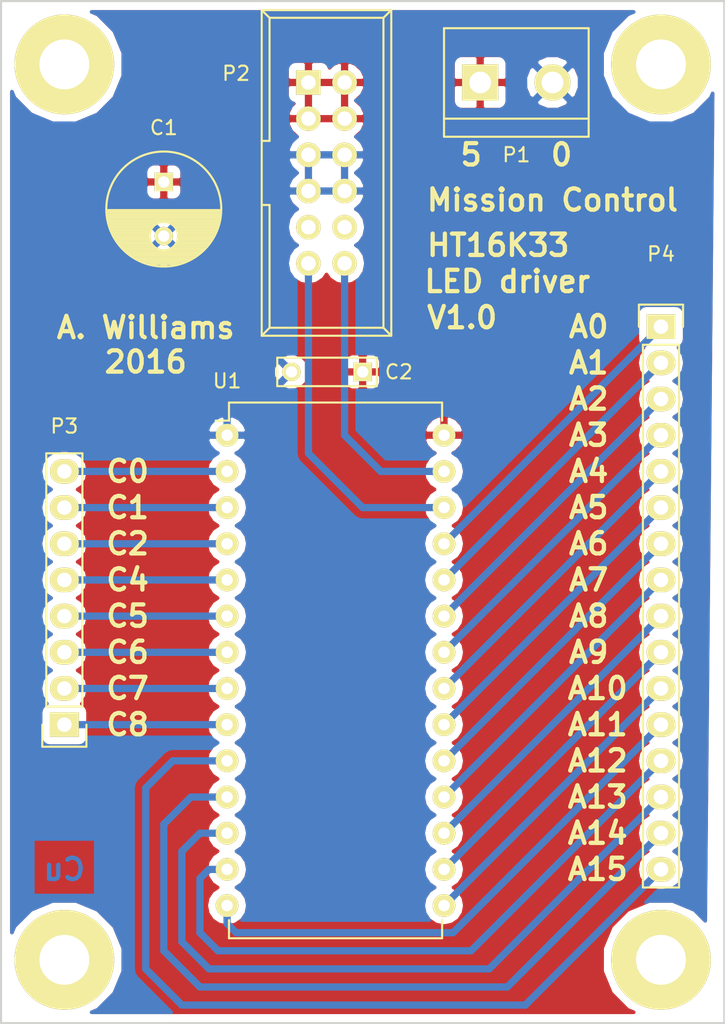
<source format=kicad_pcb>
(kicad_pcb (version 4) (host pcbnew 4.0.2-stable)

  (general
    (links 40)
    (no_connects 0)
    (area 145.974999 59.614999 196.925001 131.520001)
    (thickness 1.6)
    (drawings 37)
    (tracks 53)
    (zones 0)
    (modules 11)
    (nets 35)
  )

  (page A4)
  (layers
    (0 F.Cu signal)
    (31 B.Cu signal)
    (32 B.Adhes user)
    (33 F.Adhes user)
    (34 B.Paste user)
    (35 F.Paste user)
    (36 B.SilkS user)
    (37 F.SilkS user)
    (38 B.Mask user)
    (39 F.Mask user)
    (40 Dwgs.User user)
    (41 Cmts.User user)
    (42 Eco1.User user)
    (43 Eco2.User user)
    (44 Edge.Cuts user)
    (45 Margin user)
    (46 B.CrtYd user)
    (47 F.CrtYd user)
    (48 B.Fab user)
    (49 F.Fab user)
  )

  (setup
    (last_trace_width 0.25)
    (user_trace_width 0.254)
    (user_trace_width 0.381)
    (user_trace_width 0.508)
    (user_trace_width 1.27)
    (trace_clearance 0.2)
    (zone_clearance 0.508)
    (zone_45_only no)
    (trace_min 0.2)
    (segment_width 0.2)
    (edge_width 0.15)
    (via_size 0.6)
    (via_drill 0.4)
    (via_min_size 0.4)
    (via_min_drill 0.3)
    (uvia_size 0.3)
    (uvia_drill 0.1)
    (uvias_allowed no)
    (uvia_min_size 0.2)
    (uvia_min_drill 0.1)
    (pcb_text_width 0.3)
    (pcb_text_size 1.5 1.5)
    (mod_edge_width 0.15)
    (mod_text_size 1 1)
    (mod_text_width 0.15)
    (pad_size 1.524 1.524)
    (pad_drill 0.762)
    (pad_to_mask_clearance 0.2)
    (aux_axis_origin 0 0)
    (visible_elements 7FFFFFFF)
    (pcbplotparams
      (layerselection 0x00020_80000001)
      (usegerberextensions false)
      (excludeedgelayer true)
      (linewidth 0.100000)
      (plotframeref false)
      (viasonmask false)
      (mode 1)
      (useauxorigin false)
      (hpglpennumber 1)
      (hpglpenspeed 20)
      (hpglpendiameter 15)
      (hpglpenoverlay 2)
      (psnegative false)
      (psa4output false)
      (plotreference true)
      (plotvalue true)
      (plotinvisibletext false)
      (padsonsilk false)
      (subtractmaskfromsilk false)
      (outputformat 1)
      (mirror false)
      (drillshape 0)
      (scaleselection 1)
      (outputdirectory ""))
  )

  (net 0 "")
  (net 1 VCC)
  (net 2 GND)
  (net 3 /RST)
  (net 4 /INT)
  (net 5 /SCL)
  (net 6 /SDA)
  (net 7 "Net-(P3-Pad1)")
  (net 8 "Net-(P3-Pad2)")
  (net 9 "Net-(P3-Pad3)")
  (net 10 "Net-(P3-Pad4)")
  (net 11 "Net-(P3-Pad5)")
  (net 12 "Net-(P3-Pad6)")
  (net 13 "Net-(P3-Pad7)")
  (net 14 "Net-(P3-Pad8)")
  (net 15 "Net-(P4-Pad1)")
  (net 16 "Net-(P4-Pad2)")
  (net 17 "Net-(P4-Pad3)")
  (net 18 "Net-(P4-Pad4)")
  (net 19 "Net-(P4-Pad5)")
  (net 20 "Net-(P4-Pad6)")
  (net 21 "Net-(P4-Pad7)")
  (net 22 "Net-(P4-Pad8)")
  (net 23 "Net-(P4-Pad9)")
  (net 24 "Net-(P4-Pad10)")
  (net 25 "Net-(P4-Pad11)")
  (net 26 "Net-(P4-Pad12)")
  (net 27 "Net-(P4-Pad13)")
  (net 28 "Net-(P4-Pad14)")
  (net 29 "Net-(P4-Pad15)")
  (net 30 "Net-(P4-Pad16)")
  (net 31 "Net-(P5-Pad1)")
  (net 32 "Net-(P6-Pad1)")
  (net 33 "Net-(P7-Pad1)")
  (net 34 "Net-(P8-Pad1)")

  (net_class Default "This is the default net class."
    (clearance 0.2)
    (trace_width 0.25)
    (via_dia 0.6)
    (via_drill 0.4)
    (uvia_dia 0.3)
    (uvia_drill 0.1)
    (add_net /INT)
    (add_net /RST)
    (add_net /SCL)
    (add_net /SDA)
    (add_net GND)
    (add_net "Net-(P3-Pad1)")
    (add_net "Net-(P3-Pad2)")
    (add_net "Net-(P3-Pad3)")
    (add_net "Net-(P3-Pad4)")
    (add_net "Net-(P3-Pad5)")
    (add_net "Net-(P3-Pad6)")
    (add_net "Net-(P3-Pad7)")
    (add_net "Net-(P3-Pad8)")
    (add_net "Net-(P4-Pad1)")
    (add_net "Net-(P4-Pad10)")
    (add_net "Net-(P4-Pad11)")
    (add_net "Net-(P4-Pad12)")
    (add_net "Net-(P4-Pad13)")
    (add_net "Net-(P4-Pad14)")
    (add_net "Net-(P4-Pad15)")
    (add_net "Net-(P4-Pad16)")
    (add_net "Net-(P4-Pad2)")
    (add_net "Net-(P4-Pad3)")
    (add_net "Net-(P4-Pad4)")
    (add_net "Net-(P4-Pad5)")
    (add_net "Net-(P4-Pad6)")
    (add_net "Net-(P4-Pad7)")
    (add_net "Net-(P4-Pad8)")
    (add_net "Net-(P4-Pad9)")
    (add_net "Net-(P5-Pad1)")
    (add_net "Net-(P6-Pad1)")
    (add_net "Net-(P7-Pad1)")
    (add_net "Net-(P8-Pad1)")
    (add_net VCC)
  )

  (module Capacitors_ThroughHole:C_Radial_D8_L13_P3.8 (layer F.Cu) (tedit 56E56943) (tstamp 56E17147)
    (at 157.48 72.39 270)
    (descr "Radial Electrolytic Capacitor Diameter 8mm x Length 13mm, Pitch 3.8mm")
    (tags "Electrolytic Capacitor")
    (path /56E16905)
    (fp_text reference C1 (at -3.81 0 360) (layer F.SilkS)
      (effects (font (size 1 1) (thickness 0.15)))
    )
    (fp_text value 470u (at 1.9 5.3 270) (layer F.Fab)
      (effects (font (size 1 1) (thickness 0.15)))
    )
    (fp_line (start 1.975 -3.999) (end 1.975 3.999) (layer F.SilkS) (width 0.15))
    (fp_line (start 2.115 -3.994) (end 2.115 3.994) (layer F.SilkS) (width 0.15))
    (fp_line (start 2.255 -3.984) (end 2.255 3.984) (layer F.SilkS) (width 0.15))
    (fp_line (start 2.395 -3.969) (end 2.395 3.969) (layer F.SilkS) (width 0.15))
    (fp_line (start 2.535 -3.949) (end 2.535 3.949) (layer F.SilkS) (width 0.15))
    (fp_line (start 2.675 -3.924) (end 2.675 3.924) (layer F.SilkS) (width 0.15))
    (fp_line (start 2.815 -3.894) (end 2.815 -0.173) (layer F.SilkS) (width 0.15))
    (fp_line (start 2.815 0.173) (end 2.815 3.894) (layer F.SilkS) (width 0.15))
    (fp_line (start 2.955 -3.858) (end 2.955 -0.535) (layer F.SilkS) (width 0.15))
    (fp_line (start 2.955 0.535) (end 2.955 3.858) (layer F.SilkS) (width 0.15))
    (fp_line (start 3.095 -3.817) (end 3.095 -0.709) (layer F.SilkS) (width 0.15))
    (fp_line (start 3.095 0.709) (end 3.095 3.817) (layer F.SilkS) (width 0.15))
    (fp_line (start 3.235 -3.771) (end 3.235 -0.825) (layer F.SilkS) (width 0.15))
    (fp_line (start 3.235 0.825) (end 3.235 3.771) (layer F.SilkS) (width 0.15))
    (fp_line (start 3.375 -3.718) (end 3.375 -0.905) (layer F.SilkS) (width 0.15))
    (fp_line (start 3.375 0.905) (end 3.375 3.718) (layer F.SilkS) (width 0.15))
    (fp_line (start 3.515 -3.659) (end 3.515 -0.959) (layer F.SilkS) (width 0.15))
    (fp_line (start 3.515 0.959) (end 3.515 3.659) (layer F.SilkS) (width 0.15))
    (fp_line (start 3.655 -3.594) (end 3.655 -0.989) (layer F.SilkS) (width 0.15))
    (fp_line (start 3.655 0.989) (end 3.655 3.594) (layer F.SilkS) (width 0.15))
    (fp_line (start 3.795 -3.523) (end 3.795 -1) (layer F.SilkS) (width 0.15))
    (fp_line (start 3.795 1) (end 3.795 3.523) (layer F.SilkS) (width 0.15))
    (fp_line (start 3.935 -3.444) (end 3.935 -0.991) (layer F.SilkS) (width 0.15))
    (fp_line (start 3.935 0.991) (end 3.935 3.444) (layer F.SilkS) (width 0.15))
    (fp_line (start 4.075 -3.357) (end 4.075 -0.961) (layer F.SilkS) (width 0.15))
    (fp_line (start 4.075 0.961) (end 4.075 3.357) (layer F.SilkS) (width 0.15))
    (fp_line (start 4.215 -3.262) (end 4.215 -0.91) (layer F.SilkS) (width 0.15))
    (fp_line (start 4.215 0.91) (end 4.215 3.262) (layer F.SilkS) (width 0.15))
    (fp_line (start 4.355 -3.158) (end 4.355 -0.832) (layer F.SilkS) (width 0.15))
    (fp_line (start 4.355 0.832) (end 4.355 3.158) (layer F.SilkS) (width 0.15))
    (fp_line (start 4.495 -3.044) (end 4.495 -0.719) (layer F.SilkS) (width 0.15))
    (fp_line (start 4.495 0.719) (end 4.495 3.044) (layer F.SilkS) (width 0.15))
    (fp_line (start 4.635 -2.919) (end 4.635 -0.55) (layer F.SilkS) (width 0.15))
    (fp_line (start 4.635 0.55) (end 4.635 2.919) (layer F.SilkS) (width 0.15))
    (fp_line (start 4.775 -2.781) (end 4.775 -0.222) (layer F.SilkS) (width 0.15))
    (fp_line (start 4.775 0.222) (end 4.775 2.781) (layer F.SilkS) (width 0.15))
    (fp_line (start 4.915 -2.629) (end 4.915 2.629) (layer F.SilkS) (width 0.15))
    (fp_line (start 5.055 -2.459) (end 5.055 2.459) (layer F.SilkS) (width 0.15))
    (fp_line (start 5.195 -2.268) (end 5.195 2.268) (layer F.SilkS) (width 0.15))
    (fp_line (start 5.335 -2.05) (end 5.335 2.05) (layer F.SilkS) (width 0.15))
    (fp_line (start 5.475 -1.794) (end 5.475 1.794) (layer F.SilkS) (width 0.15))
    (fp_line (start 5.615 -1.483) (end 5.615 1.483) (layer F.SilkS) (width 0.15))
    (fp_line (start 5.755 -1.067) (end 5.755 1.067) (layer F.SilkS) (width 0.15))
    (fp_line (start 5.895 -0.2) (end 5.895 0.2) (layer F.SilkS) (width 0.15))
    (fp_circle (center 3.8 0) (end 3.8 -1) (layer F.SilkS) (width 0.15))
    (fp_circle (center 1.9 0) (end 1.9 -4.0375) (layer F.SilkS) (width 0.15))
    (fp_circle (center 1.9 0) (end 1.9 -4.3) (layer F.CrtYd) (width 0.05))
    (pad 1 thru_hole rect (at 0 0 270) (size 1.3 1.3) (drill 0.8) (layers *.Cu *.Mask F.SilkS)
      (net 1 VCC))
    (pad 2 thru_hole circle (at 3.8 0 270) (size 1.3 1.3) (drill 0.8) (layers *.Cu *.Mask F.SilkS)
      (net 2 GND))
    (model Capacitors_ThroughHole.3dshapes/C_Radial_D8_L13_P3.8.wrl
      (at (xyz 0.0748031 0 0))
      (scale (xyz 1 1 1))
      (rotate (xyz 0 0 90))
    )
  )

  (module Capacitors_ThroughHole:C_Rect_L7_W2_P5 (layer F.Cu) (tedit 56E3FF0D) (tstamp 56E1714D)
    (at 171.45 85.725 180)
    (descr "Film Capacitor Length 7 x Width 2mm, Pitch 5mm")
    (tags Capacitor)
    (path /56E16974)
    (fp_text reference C2 (at -2.54 0 180) (layer F.SilkS)
      (effects (font (size 1 1) (thickness 0.15)))
    )
    (fp_text value 0.1u (at 2.54 0 180) (layer F.Fab)
      (effects (font (size 1 1) (thickness 0.15)))
    )
    (fp_line (start -1.25 -1.25) (end 6.25 -1.25) (layer F.CrtYd) (width 0.05))
    (fp_line (start 6.25 -1.25) (end 6.25 1.25) (layer F.CrtYd) (width 0.05))
    (fp_line (start 6.25 1.25) (end -1.25 1.25) (layer F.CrtYd) (width 0.05))
    (fp_line (start -1.25 1.25) (end -1.25 -1.25) (layer F.CrtYd) (width 0.05))
    (fp_line (start -1 -1) (end 6 -1) (layer F.SilkS) (width 0.15))
    (fp_line (start 6 -1) (end 6 1) (layer F.SilkS) (width 0.15))
    (fp_line (start 6 1) (end -1 1) (layer F.SilkS) (width 0.15))
    (fp_line (start -1 1) (end -1 -1) (layer F.SilkS) (width 0.15))
    (pad 1 thru_hole rect (at 0 0 180) (size 1.3 1.3) (drill 0.8) (layers *.Cu *.Mask F.SilkS)
      (net 1 VCC))
    (pad 2 thru_hole circle (at 5 0 180) (size 1.3 1.3) (drill 0.8) (layers *.Cu *.Mask F.SilkS)
      (net 2 GND))
    (model Capacitors_ThroughHole.3dshapes/C_Rect_L7_W2_P5.wrl
      (at (xyz 0.098425 0 0))
      (scale (xyz 1 1 1))
      (rotate (xyz 0 0 0))
    )
  )

  (module Connect:bornier2 (layer F.Cu) (tedit 56E3FEE9) (tstamp 56E17153)
    (at 182.245 65.405)
    (descr "Bornier d'alimentation 2 pins")
    (tags DEV)
    (path /56E1678C)
    (fp_text reference P1 (at 0 5.08) (layer F.SilkS)
      (effects (font (size 1 1) (thickness 0.15)))
    )
    (fp_text value CONN_01X02 (at 0 -3.175) (layer F.Fab)
      (effects (font (size 1 1) (thickness 0.15)))
    )
    (fp_line (start 5.08 2.54) (end -5.08 2.54) (layer F.SilkS) (width 0.15))
    (fp_line (start 5.08 3.81) (end 5.08 -3.81) (layer F.SilkS) (width 0.15))
    (fp_line (start 5.08 -3.81) (end -5.08 -3.81) (layer F.SilkS) (width 0.15))
    (fp_line (start -5.08 -3.81) (end -5.08 3.81) (layer F.SilkS) (width 0.15))
    (fp_line (start -5.08 3.81) (end 5.08 3.81) (layer F.SilkS) (width 0.15))
    (pad 1 thru_hole rect (at -2.54 0) (size 2.54 2.54) (drill 1.524) (layers *.Cu *.Mask F.SilkS)
      (net 1 VCC))
    (pad 2 thru_hole circle (at 2.54 0) (size 2.54 2.54) (drill 1.524) (layers *.Cu *.Mask F.SilkS)
      (net 2 GND))
    (model Connect.3dshapes/bornier2.wrl
      (at (xyz 0 0 0))
      (scale (xyz 1 1 1))
      (rotate (xyz 0 0 0))
    )
  )

  (module Connect:IDC_Header_Straight_12pins (layer F.Cu) (tedit 56E697F2) (tstamp 56E17163)
    (at 167.64 65.405 270)
    (descr "12 pins through hole IDC header")
    (tags "IDC header socket VASCH")
    (path /56E164F4)
    (fp_text reference P2 (at -0.635 5.08 360) (layer F.SilkS)
      (effects (font (size 1 1) (thickness 0.15)))
    )
    (fp_text value CONN_02X06 (at 6.35 5.223 270) (layer F.Fab)
      (effects (font (size 1 1) (thickness 0.15)))
    )
    (fp_line (start -5.08 -5.82) (end 17.78 -5.82) (layer F.SilkS) (width 0.15))
    (fp_line (start -4.54 -5.27) (end 17.22 -5.27) (layer F.SilkS) (width 0.15))
    (fp_line (start -5.08 3.28) (end 17.78 3.28) (layer F.SilkS) (width 0.15))
    (fp_line (start -4.54 2.73) (end 4.1 2.73) (layer F.SilkS) (width 0.15))
    (fp_line (start 8.6 2.73) (end 17.22 2.73) (layer F.SilkS) (width 0.15))
    (fp_line (start 4.1 2.73) (end 4.1 3.28) (layer F.SilkS) (width 0.15))
    (fp_line (start 8.6 2.73) (end 8.6 3.28) (layer F.SilkS) (width 0.15))
    (fp_line (start -5.08 -5.82) (end -5.08 3.28) (layer F.SilkS) (width 0.15))
    (fp_line (start -4.54 -5.27) (end -4.54 2.73) (layer F.SilkS) (width 0.15))
    (fp_line (start 17.78 -5.82) (end 17.78 3.28) (layer F.SilkS) (width 0.15))
    (fp_line (start 17.22 -5.27) (end 17.22 2.73) (layer F.SilkS) (width 0.15))
    (fp_line (start -5.08 -5.82) (end -4.54 -5.27) (layer F.SilkS) (width 0.15))
    (fp_line (start 17.78 -5.82) (end 17.22 -5.27) (layer F.SilkS) (width 0.15))
    (fp_line (start -5.08 3.28) (end -4.54 2.73) (layer F.SilkS) (width 0.15))
    (fp_line (start 17.78 3.28) (end 17.22 2.73) (layer F.SilkS) (width 0.15))
    (fp_line (start -5.35 -6.05) (end 18.05 -6.05) (layer F.CrtYd) (width 0.05))
    (fp_line (start 18.05 -6.05) (end 18.05 3.55) (layer F.CrtYd) (width 0.05))
    (fp_line (start 18.05 3.55) (end -5.35 3.55) (layer F.CrtYd) (width 0.05))
    (fp_line (start -5.35 3.55) (end -5.35 -6.05) (layer F.CrtYd) (width 0.05))
    (pad 1 thru_hole rect (at 0 0 270) (size 1.7272 1.7272) (drill 1.016) (layers *.Cu *.Mask F.SilkS)
      (net 1 VCC))
    (pad 2 thru_hole oval (at 0 -2.54 270) (size 1.7272 1.7272) (drill 1.016) (layers *.Cu *.Mask F.SilkS)
      (net 1 VCC))
    (pad 3 thru_hole oval (at 2.54 0 270) (size 1.7272 1.7272) (drill 1.016) (layers *.Cu *.Mask F.SilkS)
      (net 1 VCC))
    (pad 4 thru_hole oval (at 2.54 -2.54 270) (size 1.7272 1.7272) (drill 1.016) (layers *.Cu *.Mask F.SilkS)
      (net 1 VCC))
    (pad 5 thru_hole oval (at 5.08 0 270) (size 1.7272 1.7272) (drill 1.016) (layers *.Cu *.Mask F.SilkS)
      (net 2 GND))
    (pad 6 thru_hole oval (at 5.08 -2.54 270) (size 1.7272 1.7272) (drill 1.016) (layers *.Cu *.Mask F.SilkS)
      (net 2 GND))
    (pad 7 thru_hole oval (at 7.62 0 270) (size 1.7272 1.7272) (drill 1.016) (layers *.Cu *.Mask F.SilkS)
      (net 2 GND))
    (pad 8 thru_hole oval (at 7.62 -2.54 270) (size 1.7272 1.7272) (drill 1.016) (layers *.Cu *.Mask F.SilkS)
      (net 2 GND))
    (pad 9 thru_hole oval (at 10.16 0 270) (size 1.7272 1.7272) (drill 1.016) (layers *.Cu *.Mask F.SilkS)
      (net 3 /RST))
    (pad 10 thru_hole oval (at 10.16 -2.54 270) (size 1.7272 1.7272) (drill 1.016) (layers *.Cu *.Mask F.SilkS)
      (net 4 /INT))
    (pad 11 thru_hole oval (at 12.7 0 270) (size 1.7272 1.7272) (drill 1.016) (layers *.Cu *.Mask F.SilkS)
      (net 5 /SCL))
    (pad 12 thru_hole oval (at 12.7 -2.54 270) (size 1.7272 1.7272) (drill 1.016) (layers *.Cu *.Mask F.SilkS)
      (net 6 /SDA))
  )

  (module Pin_Headers:Pin_Header_Straight_1x08 (layer F.Cu) (tedit 56E3FF01) (tstamp 56E1716F)
    (at 150.495 110.49 180)
    (descr "Through hole pin header")
    (tags "pin header")
    (path /56E17EDB)
    (fp_text reference P3 (at 0 20.955 180) (layer F.SilkS)
      (effects (font (size 1 1) (thickness 0.15)))
    )
    (fp_text value CONN_01X08 (at -2.54 -2.54 180) (layer F.Fab)
      (effects (font (size 1 1) (thickness 0.15)))
    )
    (fp_line (start -1.75 -1.75) (end -1.75 19.55) (layer F.CrtYd) (width 0.05))
    (fp_line (start 1.75 -1.75) (end 1.75 19.55) (layer F.CrtYd) (width 0.05))
    (fp_line (start -1.75 -1.75) (end 1.75 -1.75) (layer F.CrtYd) (width 0.05))
    (fp_line (start -1.75 19.55) (end 1.75 19.55) (layer F.CrtYd) (width 0.05))
    (fp_line (start 1.27 1.27) (end 1.27 19.05) (layer F.SilkS) (width 0.15))
    (fp_line (start 1.27 19.05) (end -1.27 19.05) (layer F.SilkS) (width 0.15))
    (fp_line (start -1.27 19.05) (end -1.27 1.27) (layer F.SilkS) (width 0.15))
    (fp_line (start 1.55 -1.55) (end 1.55 0) (layer F.SilkS) (width 0.15))
    (fp_line (start 1.27 1.27) (end -1.27 1.27) (layer F.SilkS) (width 0.15))
    (fp_line (start -1.55 0) (end -1.55 -1.55) (layer F.SilkS) (width 0.15))
    (fp_line (start -1.55 -1.55) (end 1.55 -1.55) (layer F.SilkS) (width 0.15))
    (pad 1 thru_hole rect (at 0 0 180) (size 2.032 1.7272) (drill 1.016) (layers *.Cu *.Mask F.SilkS)
      (net 7 "Net-(P3-Pad1)"))
    (pad 2 thru_hole oval (at 0 2.54 180) (size 2.032 1.7272) (drill 1.016) (layers *.Cu *.Mask F.SilkS)
      (net 8 "Net-(P3-Pad2)"))
    (pad 3 thru_hole oval (at 0 5.08 180) (size 2.032 1.7272) (drill 1.016) (layers *.Cu *.Mask F.SilkS)
      (net 9 "Net-(P3-Pad3)"))
    (pad 4 thru_hole oval (at 0 7.62 180) (size 2.032 1.7272) (drill 1.016) (layers *.Cu *.Mask F.SilkS)
      (net 10 "Net-(P3-Pad4)"))
    (pad 5 thru_hole oval (at 0 10.16 180) (size 2.032 1.7272) (drill 1.016) (layers *.Cu *.Mask F.SilkS)
      (net 11 "Net-(P3-Pad5)"))
    (pad 6 thru_hole oval (at 0 12.7 180) (size 2.032 1.7272) (drill 1.016) (layers *.Cu *.Mask F.SilkS)
      (net 12 "Net-(P3-Pad6)"))
    (pad 7 thru_hole oval (at 0 15.24 180) (size 2.032 1.7272) (drill 1.016) (layers *.Cu *.Mask F.SilkS)
      (net 13 "Net-(P3-Pad7)"))
    (pad 8 thru_hole oval (at 0 17.78 180) (size 2.032 1.7272) (drill 1.016) (layers *.Cu *.Mask F.SilkS)
      (net 14 "Net-(P3-Pad8)"))
    (model Pin_Headers.3dshapes/Pin_Header_Straight_1x08.wrl
      (at (xyz 0 -0.35 0))
      (scale (xyz 1 1 1))
      (rotate (xyz 0 0 90))
    )
  )

  (module Pin_Headers:Pin_Header_Straight_1x16 (layer F.Cu) (tedit 56E3FF14) (tstamp 56E17183)
    (at 192.405 82.55)
    (descr "Through hole pin header")
    (tags "pin header")
    (path /56E17D7D)
    (fp_text reference P4 (at 0 -5.1) (layer F.SilkS)
      (effects (font (size 1 1) (thickness 0.15)))
    )
    (fp_text value CONN_01X16 (at -1.27 -3.175) (layer F.Fab)
      (effects (font (size 1 1) (thickness 0.15)))
    )
    (fp_line (start -1.75 -1.75) (end -1.75 39.85) (layer F.CrtYd) (width 0.05))
    (fp_line (start 1.75 -1.75) (end 1.75 39.85) (layer F.CrtYd) (width 0.05))
    (fp_line (start -1.75 -1.75) (end 1.75 -1.75) (layer F.CrtYd) (width 0.05))
    (fp_line (start -1.75 39.85) (end 1.75 39.85) (layer F.CrtYd) (width 0.05))
    (fp_line (start -1.27 1.27) (end -1.27 39.37) (layer F.SilkS) (width 0.15))
    (fp_line (start -1.27 39.37) (end 1.27 39.37) (layer F.SilkS) (width 0.15))
    (fp_line (start 1.27 39.37) (end 1.27 1.27) (layer F.SilkS) (width 0.15))
    (fp_line (start 1.55 -1.55) (end 1.55 0) (layer F.SilkS) (width 0.15))
    (fp_line (start 1.27 1.27) (end -1.27 1.27) (layer F.SilkS) (width 0.15))
    (fp_line (start -1.55 0) (end -1.55 -1.55) (layer F.SilkS) (width 0.15))
    (fp_line (start -1.55 -1.55) (end 1.55 -1.55) (layer F.SilkS) (width 0.15))
    (pad 1 thru_hole rect (at 0 0) (size 2.032 1.7272) (drill 1.016) (layers *.Cu *.Mask F.SilkS)
      (net 15 "Net-(P4-Pad1)"))
    (pad 2 thru_hole oval (at 0 2.54) (size 2.032 1.7272) (drill 1.016) (layers *.Cu *.Mask F.SilkS)
      (net 16 "Net-(P4-Pad2)"))
    (pad 3 thru_hole oval (at 0 5.08) (size 2.032 1.7272) (drill 1.016) (layers *.Cu *.Mask F.SilkS)
      (net 17 "Net-(P4-Pad3)"))
    (pad 4 thru_hole oval (at 0 7.62) (size 2.032 1.7272) (drill 1.016) (layers *.Cu *.Mask F.SilkS)
      (net 18 "Net-(P4-Pad4)"))
    (pad 5 thru_hole oval (at 0 10.16) (size 2.032 1.7272) (drill 1.016) (layers *.Cu *.Mask F.SilkS)
      (net 19 "Net-(P4-Pad5)"))
    (pad 6 thru_hole oval (at 0 12.7) (size 2.032 1.7272) (drill 1.016) (layers *.Cu *.Mask F.SilkS)
      (net 20 "Net-(P4-Pad6)"))
    (pad 7 thru_hole oval (at 0 15.24) (size 2.032 1.7272) (drill 1.016) (layers *.Cu *.Mask F.SilkS)
      (net 21 "Net-(P4-Pad7)"))
    (pad 8 thru_hole oval (at 0 17.78) (size 2.032 1.7272) (drill 1.016) (layers *.Cu *.Mask F.SilkS)
      (net 22 "Net-(P4-Pad8)"))
    (pad 9 thru_hole oval (at 0 20.32) (size 2.032 1.7272) (drill 1.016) (layers *.Cu *.Mask F.SilkS)
      (net 23 "Net-(P4-Pad9)"))
    (pad 10 thru_hole oval (at 0 22.86) (size 2.032 1.7272) (drill 1.016) (layers *.Cu *.Mask F.SilkS)
      (net 24 "Net-(P4-Pad10)"))
    (pad 11 thru_hole oval (at 0 25.4) (size 2.032 1.7272) (drill 1.016) (layers *.Cu *.Mask F.SilkS)
      (net 25 "Net-(P4-Pad11)"))
    (pad 12 thru_hole oval (at 0 27.94) (size 2.032 1.7272) (drill 1.016) (layers *.Cu *.Mask F.SilkS)
      (net 26 "Net-(P4-Pad12)"))
    (pad 13 thru_hole oval (at 0 30.48) (size 2.032 1.7272) (drill 1.016) (layers *.Cu *.Mask F.SilkS)
      (net 27 "Net-(P4-Pad13)"))
    (pad 14 thru_hole oval (at 0 33.02) (size 2.032 1.7272) (drill 1.016) (layers *.Cu *.Mask F.SilkS)
      (net 28 "Net-(P4-Pad14)"))
    (pad 15 thru_hole oval (at 0 35.56) (size 2.032 1.7272) (drill 1.016) (layers *.Cu *.Mask F.SilkS)
      (net 29 "Net-(P4-Pad15)"))
    (pad 16 thru_hole oval (at 0 38.1) (size 2.032 1.7272) (drill 1.016) (layers *.Cu *.Mask F.SilkS)
      (net 30 "Net-(P4-Pad16)"))
    (model Pin_Headers.3dshapes/Pin_Header_Straight_1x16.wrl
      (at (xyz 0 -0.75 0))
      (scale (xyz 1 1 1))
      (rotate (xyz 0 0 90))
    )
  )

  (module Housings_DIP:DIP-28_W15.24mm (layer F.Cu) (tedit 56E3FC6C) (tstamp 56E171A3)
    (at 161.925 90.17)
    (descr "28-lead dip package, row spacing 15.24 mm (600 mils)")
    (tags "dil dip 2.54 600")
    (path /56E17453)
    (fp_text reference U1 (at 0 -3.81) (layer F.SilkS)
      (effects (font (size 1 1) (thickness 0.15)))
    )
    (fp_text value HT16K33Breakout (at 8.255 14.605 90) (layer F.Fab)
      (effects (font (size 1 1) (thickness 0.15)))
    )
    (fp_line (start -1.05 -2.45) (end -1.05 35.5) (layer F.CrtYd) (width 0.05))
    (fp_line (start 16.3 -2.45) (end 16.3 35.5) (layer F.CrtYd) (width 0.05))
    (fp_line (start -1.05 -2.45) (end 16.3 -2.45) (layer F.CrtYd) (width 0.05))
    (fp_line (start -1.05 35.5) (end 16.3 35.5) (layer F.CrtYd) (width 0.05))
    (fp_line (start 0.135 -2.295) (end 0.135 -1.025) (layer F.SilkS) (width 0.15))
    (fp_line (start 15.105 -2.295) (end 15.105 -1.025) (layer F.SilkS) (width 0.15))
    (fp_line (start 15.105 35.315) (end 15.105 34.045) (layer F.SilkS) (width 0.15))
    (fp_line (start 0.135 35.315) (end 0.135 34.045) (layer F.SilkS) (width 0.15))
    (fp_line (start 0.135 -2.295) (end 15.105 -2.295) (layer F.SilkS) (width 0.15))
    (fp_line (start 0.135 35.315) (end 15.105 35.315) (layer F.SilkS) (width 0.15))
    (fp_line (start 0.135 -1.025) (end -0.8 -1.025) (layer F.SilkS) (width 0.15))
    (pad 1 thru_hole oval (at 0 0) (size 1.6 1.6) (drill 0.8) (layers *.Cu *.Mask F.SilkS)
      (net 2 GND))
    (pad 2 thru_hole oval (at 0 2.54) (size 1.6 1.6) (drill 0.8) (layers *.Cu *.Mask F.SilkS)
      (net 14 "Net-(P3-Pad8)"))
    (pad 3 thru_hole oval (at 0 5.08) (size 1.6 1.6) (drill 0.8) (layers *.Cu *.Mask F.SilkS)
      (net 13 "Net-(P3-Pad7)"))
    (pad 4 thru_hole oval (at 0 7.62) (size 1.6 1.6) (drill 0.8) (layers *.Cu *.Mask F.SilkS)
      (net 12 "Net-(P3-Pad6)"))
    (pad 5 thru_hole oval (at 0 10.16) (size 1.6 1.6) (drill 0.8) (layers *.Cu *.Mask F.SilkS)
      (net 11 "Net-(P3-Pad5)"))
    (pad 6 thru_hole oval (at 0 12.7) (size 1.6 1.6) (drill 0.8) (layers *.Cu *.Mask F.SilkS)
      (net 10 "Net-(P3-Pad4)"))
    (pad 7 thru_hole oval (at 0 15.24) (size 1.6 1.6) (drill 0.8) (layers *.Cu *.Mask F.SilkS)
      (net 9 "Net-(P3-Pad3)"))
    (pad 8 thru_hole oval (at 0 17.78) (size 1.6 1.6) (drill 0.8) (layers *.Cu *.Mask F.SilkS)
      (net 8 "Net-(P3-Pad2)"))
    (pad 9 thru_hole oval (at 0 20.32) (size 1.6 1.6) (drill 0.8) (layers *.Cu *.Mask F.SilkS)
      (net 7 "Net-(P3-Pad1)"))
    (pad 10 thru_hole oval (at 0 22.86) (size 1.6 1.6) (drill 0.8) (layers *.Cu *.Mask F.SilkS)
      (net 30 "Net-(P4-Pad16)"))
    (pad 11 thru_hole oval (at 0 25.4) (size 1.6 1.6) (drill 0.8) (layers *.Cu *.Mask F.SilkS)
      (net 29 "Net-(P4-Pad15)"))
    (pad 12 thru_hole oval (at 0 27.94) (size 1.6 1.6) (drill 0.8) (layers *.Cu *.Mask F.SilkS)
      (net 28 "Net-(P4-Pad14)"))
    (pad 13 thru_hole oval (at 0 30.48) (size 1.6 1.6) (drill 0.8) (layers *.Cu *.Mask F.SilkS)
      (net 27 "Net-(P4-Pad13)"))
    (pad 14 thru_hole oval (at 0 33.02) (size 1.6 1.6) (drill 0.8) (layers *.Cu *.Mask F.SilkS)
      (net 26 "Net-(P4-Pad12)"))
    (pad 15 thru_hole oval (at 15.24 33.02) (size 1.6 1.6) (drill 0.8) (layers *.Cu *.Mask F.SilkS)
      (net 25 "Net-(P4-Pad11)"))
    (pad 16 thru_hole oval (at 15.24 30.48) (size 1.6 1.6) (drill 0.8) (layers *.Cu *.Mask F.SilkS)
      (net 24 "Net-(P4-Pad10)"))
    (pad 17 thru_hole oval (at 15.24 27.94) (size 1.6 1.6) (drill 0.8) (layers *.Cu *.Mask F.SilkS)
      (net 23 "Net-(P4-Pad9)"))
    (pad 18 thru_hole oval (at 15.24 25.4) (size 1.6 1.6) (drill 0.8) (layers *.Cu *.Mask F.SilkS)
      (net 22 "Net-(P4-Pad8)"))
    (pad 19 thru_hole oval (at 15.24 22.86) (size 1.6 1.6) (drill 0.8) (layers *.Cu *.Mask F.SilkS)
      (net 21 "Net-(P4-Pad7)"))
    (pad 20 thru_hole oval (at 15.24 20.32) (size 1.6 1.6) (drill 0.8) (layers *.Cu *.Mask F.SilkS)
      (net 20 "Net-(P4-Pad6)"))
    (pad 21 thru_hole oval (at 15.24 17.78) (size 1.6 1.6) (drill 0.8) (layers *.Cu *.Mask F.SilkS)
      (net 19 "Net-(P4-Pad5)"))
    (pad 22 thru_hole oval (at 15.24 15.24) (size 1.6 1.6) (drill 0.8) (layers *.Cu *.Mask F.SilkS)
      (net 18 "Net-(P4-Pad4)"))
    (pad 23 thru_hole oval (at 15.24 12.7) (size 1.6 1.6) (drill 0.8) (layers *.Cu *.Mask F.SilkS)
      (net 17 "Net-(P4-Pad3)"))
    (pad 24 thru_hole oval (at 15.24 10.16) (size 1.6 1.6) (drill 0.8) (layers *.Cu *.Mask F.SilkS)
      (net 16 "Net-(P4-Pad2)"))
    (pad 25 thru_hole oval (at 15.24 7.62) (size 1.6 1.6) (drill 0.8) (layers *.Cu *.Mask F.SilkS)
      (net 15 "Net-(P4-Pad1)"))
    (pad 26 thru_hole oval (at 15.24 5.08) (size 1.6 1.6) (drill 0.8) (layers *.Cu *.Mask F.SilkS)
      (net 5 /SCL))
    (pad 27 thru_hole oval (at 15.24 2.54) (size 1.6 1.6) (drill 0.8) (layers *.Cu *.Mask F.SilkS)
      (net 6 /SDA))
    (pad 28 thru_hole oval (at 15.24 0) (size 1.6 1.6) (drill 0.8) (layers *.Cu *.Mask F.SilkS)
      (net 1 VCC))
    (model Housings_DIP.3dshapes/DIP-28_W15.24mm.wrl
      (at (xyz 0 0 0))
      (scale (xyz 1 1 1))
      (rotate (xyz 0 0 0))
    )
  )

  (module Mounting_Holes:MountingHole_3.5mm_Pad (layer F.Cu) (tedit 56E3FEF1) (tstamp 56E17328)
    (at 150.495 64.135)
    (descr "Mounting Hole 3.5mm")
    (tags "mounting hole 3.5mm")
    (path /56E1A5C8)
    (fp_text reference P5 (at 0 2.54) (layer F.SilkS)
      (effects (font (size 1 1) (thickness 0.15)))
    )
    (fp_text value CONN_01X01 (at 1.27 4.445) (layer F.Fab)
      (effects (font (size 1 1) (thickness 0.15)))
    )
    (fp_circle (center 0 0) (end 3.5 0) (layer Cmts.User) (width 0.15))
    (fp_circle (center 0 0) (end 3.75 0) (layer F.CrtYd) (width 0.05))
    (pad 1 thru_hole circle (at 0 0) (size 7 7) (drill 3.5) (layers *.Cu *.Mask F.SilkS)
      (net 31 "Net-(P5-Pad1)"))
  )

  (module Mounting_Holes:MountingHole_3.5mm_Pad (layer F.Cu) (tedit 56E3FEED) (tstamp 56E1732D)
    (at 192.405 64.135)
    (descr "Mounting Hole 3.5mm")
    (tags "mounting hole 3.5mm")
    (path /56E1A60F)
    (fp_text reference P6 (at 0 2.54) (layer F.SilkS)
      (effects (font (size 1 1) (thickness 0.15)))
    )
    (fp_text value CONN_01X01 (at -0.635 4.445) (layer F.Fab)
      (effects (font (size 1 1) (thickness 0.15)))
    )
    (fp_circle (center 0 0) (end 3.5 0) (layer Cmts.User) (width 0.15))
    (fp_circle (center 0 0) (end 3.75 0) (layer F.CrtYd) (width 0.05))
    (pad 1 thru_hole circle (at 0 0) (size 7 7) (drill 3.5) (layers *.Cu *.Mask F.SilkS)
      (net 32 "Net-(P6-Pad1)"))
  )

  (module Mounting_Holes:MountingHole_3.5mm_Pad (layer F.Cu) (tedit 56E3FEF8) (tstamp 56E17332)
    (at 150.495 127)
    (descr "Mounting Hole 3.5mm")
    (tags "mounting hole 3.5mm")
    (path /56E1A638)
    (fp_text reference P7 (at 0 -2.54) (layer F.SilkS)
      (effects (font (size 1 1) (thickness 0.15)))
    )
    (fp_text value CONN_01X01 (at 0.635 -0.635) (layer F.Fab)
      (effects (font (size 1 1) (thickness 0.15)))
    )
    (fp_circle (center 0 0) (end 3.5 0) (layer Cmts.User) (width 0.15))
    (fp_circle (center 0 0) (end 3.75 0) (layer F.CrtYd) (width 0.05))
    (pad 1 thru_hole circle (at 0 0) (size 7 7) (drill 3.5) (layers *.Cu *.Mask F.SilkS)
      (net 33 "Net-(P7-Pad1)"))
  )

  (module Mounting_Holes:MountingHole_3.5mm_Pad (layer F.Cu) (tedit 56E3FEFE) (tstamp 56E17337)
    (at 192.405 127)
    (descr "Mounting Hole 3.5mm")
    (tags "mounting hole 3.5mm")
    (path /56E1A65D)
    (fp_text reference P8 (at 0 -2.54) (layer F.SilkS)
      (effects (font (size 1 1) (thickness 0.15)))
    )
    (fp_text value CONN_01X01 (at -0.635 -0.635) (layer F.Fab)
      (effects (font (size 1 1) (thickness 0.15)))
    )
    (fp_circle (center 0 0) (end 3.5 0) (layer Cmts.User) (width 0.15))
    (fp_circle (center 0 0) (end 3.75 0) (layer F.CrtYd) (width 0.05))
    (pad 1 thru_hole circle (at 0 0) (size 7 7) (drill 3.5) (layers *.Cu *.Mask F.SilkS)
      (net 34 "Net-(P8-Pad1)"))
  )

  (gr_text 0 (at 185.42 70.485) (layer F.SilkS)
    (effects (font (size 1.5 1.5) (thickness 0.3)))
  )
  (gr_text 5 (at 179.07 70.485) (layer F.SilkS)
    (effects (font (size 1.5 1.5) (thickness 0.3)))
  )
  (gr_text Top (at 150.495 116.205) (layer F.Cu)
    (effects (font (size 1.5 1.5) (thickness 0.3)))
  )
  (gr_text Cu (at 150.495 120.65) (layer B.Cu)
    (effects (font (size 1.5 1.5) (thickness 0.3)) (justify mirror))
  )
  (gr_text V1.0 (at 178.435 81.915) (layer F.SilkS)
    (effects (font (size 1.5 1.5) (thickness 0.3)))
  )
  (gr_text "A. Williams\n2016" (at 156.21 83.82) (layer F.SilkS)
    (effects (font (size 1.5 1.5) (thickness 0.3)))
  )
  (gr_text "LED driver" (at 181.61 79.375) (layer F.SilkS)
    (effects (font (size 1.5 1.5) (thickness 0.3)))
  )
  (gr_text HT16K33 (at 180.975 76.835) (layer F.SilkS)
    (effects (font (size 1.5 1.5) (thickness 0.3)))
  )
  (gr_text "Mission Control" (at 184.785 73.66) (layer F.SilkS)
    (effects (font (size 1.5 1.5) (thickness 0.3)))
  )
  (gr_text C8 (at 154.94 110.49) (layer F.SilkS)
    (effects (font (size 1.5 1.5) (thickness 0.3)))
  )
  (gr_text C7 (at 154.94 107.95) (layer F.SilkS)
    (effects (font (size 1.5 1.5) (thickness 0.3)))
  )
  (gr_text C6 (at 154.94 105.41) (layer F.SilkS)
    (effects (font (size 1.5 1.5) (thickness 0.3)))
  )
  (gr_text C5 (at 154.94 102.87) (layer F.SilkS)
    (effects (font (size 1.5 1.5) (thickness 0.3)))
  )
  (gr_text C4 (at 154.94 100.33) (layer F.SilkS)
    (effects (font (size 1.5 1.5) (thickness 0.3)))
  )
  (gr_text C2 (at 154.94 97.79) (layer F.SilkS)
    (effects (font (size 1.5 1.5) (thickness 0.3)))
  )
  (gr_text C1 (at 154.94 95.25) (layer F.SilkS)
    (effects (font (size 1.5 1.5) (thickness 0.3)))
  )
  (gr_text C0 (at 154.94 92.71) (layer F.SilkS)
    (effects (font (size 1.5 1.5) (thickness 0.3)))
  )
  (gr_text A15 (at 187.96 120.65) (layer F.SilkS)
    (effects (font (size 1.5 1.5) (thickness 0.3)))
  )
  (gr_text A14 (at 187.96 118.11) (layer F.SilkS)
    (effects (font (size 1.5 1.5) (thickness 0.3)))
  )
  (gr_text A13 (at 187.96 115.57) (layer F.SilkS)
    (effects (font (size 1.5 1.5) (thickness 0.3)))
  )
  (gr_text A12 (at 187.96 113.03) (layer F.SilkS)
    (effects (font (size 1.5 1.5) (thickness 0.3)))
  )
  (gr_text A11 (at 187.96 110.49) (layer F.SilkS)
    (effects (font (size 1.5 1.5) (thickness 0.3)))
  )
  (gr_text A10 (at 187.96 107.95) (layer F.SilkS)
    (effects (font (size 1.5 1.5) (thickness 0.3)))
  )
  (gr_text A9 (at 187.325 105.41) (layer F.SilkS)
    (effects (font (size 1.5 1.5) (thickness 0.3)))
  )
  (gr_text A8 (at 187.325 102.87) (layer F.SilkS)
    (effects (font (size 1.5 1.5) (thickness 0.3)))
  )
  (gr_text A7 (at 187.325 100.33) (layer F.SilkS)
    (effects (font (size 1.5 1.5) (thickness 0.3)))
  )
  (gr_text A6 (at 187.325 97.79) (layer F.SilkS)
    (effects (font (size 1.5 1.5) (thickness 0.3)))
  )
  (gr_text A5 (at 187.325 95.25) (layer F.SilkS)
    (effects (font (size 1.5 1.5) (thickness 0.3)))
  )
  (gr_text A4 (at 187.325 92.71) (layer F.SilkS)
    (effects (font (size 1.5 1.5) (thickness 0.3)))
  )
  (gr_text A3 (at 187.325 90.17) (layer F.SilkS)
    (effects (font (size 1.5 1.5) (thickness 0.3)))
  )
  (gr_text A2 (at 187.325 87.63) (layer F.SilkS)
    (effects (font (size 1.5 1.5) (thickness 0.3)))
  )
  (gr_text A1 (at 187.325 85.09) (layer F.SilkS)
    (effects (font (size 1.5 1.5) (thickness 0.3)))
  )
  (gr_text A0 (at 187.325 82.55) (layer F.SilkS)
    (effects (font (size 1.5 1.5) (thickness 0.3)))
  )
  (gr_line (start 146.05 131.445) (end 146.05 59.69) (angle 90) (layer Edge.Cuts) (width 0.15))
  (gr_line (start 196.85 131.445) (end 146.05 131.445) (angle 90) (layer Edge.Cuts) (width 0.15))
  (gr_line (start 196.85 59.69) (end 196.85 131.445) (angle 90) (layer Edge.Cuts) (width 0.15))
  (gr_line (start 146.05 59.69) (end 196.85 59.69) (angle 90) (layer Edge.Cuts) (width 0.15))

  (segment (start 177.165 95.25) (end 171.45 95.25) (width 0.508) (layer B.Cu) (net 5))
  (segment (start 167.64 91.44) (end 167.64 78.105) (width 0.508) (layer B.Cu) (net 5) (tstamp 56E174D7))
  (segment (start 171.45 95.25) (end 167.64 91.44) (width 0.508) (layer B.Cu) (net 5) (tstamp 56E174D4))
  (segment (start 177.165 92.71) (end 172.72 92.71) (width 0.508) (layer B.Cu) (net 6))
  (segment (start 170.18 90.17) (end 170.18 78.105) (width 0.508) (layer B.Cu) (net 6) (tstamp 56E174E0))
  (segment (start 172.72 92.71) (end 170.18 90.17) (width 0.508) (layer B.Cu) (net 6) (tstamp 56E174DE))
  (segment (start 150.495 110.49) (end 161.925 110.49) (width 0.508) (layer B.Cu) (net 7))
  (segment (start 150.495 107.95) (end 161.925 107.95) (width 0.508) (layer B.Cu) (net 8))
  (segment (start 150.495 105.41) (end 161.925 105.41) (width 0.508) (layer B.Cu) (net 9))
  (segment (start 150.495 102.87) (end 161.925 102.87) (width 0.508) (layer B.Cu) (net 10))
  (segment (start 150.495 100.33) (end 161.925 100.33) (width 0.508) (layer B.Cu) (net 11))
  (segment (start 150.495 97.79) (end 161.925 97.79) (width 0.508) (layer B.Cu) (net 12))
  (segment (start 150.495 95.25) (end 161.925 95.25) (width 0.508) (layer B.Cu) (net 13))
  (segment (start 150.495 92.71) (end 161.925 92.71) (width 0.508) (layer B.Cu) (net 14))
  (segment (start 177.165 97.79) (end 192.405 82.55) (width 0.508) (layer B.Cu) (net 15))
  (segment (start 177.165 100.33) (end 192.405 85.09) (width 0.508) (layer B.Cu) (net 16))
  (segment (start 177.165 102.87) (end 192.405 87.63) (width 0.508) (layer B.Cu) (net 17))
  (segment (start 177.165 105.41) (end 192.405 90.17) (width 0.508) (layer B.Cu) (net 18))
  (segment (start 177.165 107.95) (end 192.405 92.71) (width 0.508) (layer B.Cu) (net 19))
  (segment (start 177.165 110.49) (end 192.405 95.25) (width 0.508) (layer B.Cu) (net 20))
  (segment (start 177.165 113.03) (end 192.405 97.79) (width 0.508) (layer B.Cu) (net 21))
  (segment (start 177.165 115.57) (end 192.405 100.33) (width 0.508) (layer B.Cu) (net 22))
  (segment (start 177.165 118.11) (end 192.405 102.87) (width 0.508) (layer B.Cu) (net 23))
  (segment (start 177.165 120.65) (end 192.405 105.41) (width 0.508) (layer B.Cu) (net 24))
  (segment (start 177.165 123.19) (end 192.405 107.95) (width 0.508) (layer B.Cu) (net 25))
  (segment (start 161.925 123.19) (end 161.925 124.46) (width 0.508) (layer B.Cu) (net 26))
  (segment (start 177.8 125.095) (end 192.405 110.49) (width 0.508) (layer B.Cu) (net 26) (tstamp 56E3FB65))
  (segment (start 162.56 125.095) (end 177.8 125.095) (width 0.508) (layer B.Cu) (net 26) (tstamp 56E3FB64))
  (segment (start 161.925 124.46) (end 162.56 125.095) (width 0.508) (layer B.Cu) (net 26) (tstamp 56E3FB63))
  (segment (start 161.925 120.65) (end 160.655 120.65) (width 0.508) (layer B.Cu) (net 27))
  (segment (start 179.07 126.365) (end 192.405 113.03) (width 0.508) (layer B.Cu) (net 27) (tstamp 56E3FB6E))
  (segment (start 161.29 126.365) (end 179.07 126.365) (width 0.508) (layer B.Cu) (net 27) (tstamp 56E3FB6D))
  (segment (start 160.02 125.095) (end 161.29 126.365) (width 0.508) (layer B.Cu) (net 27) (tstamp 56E3FB6C))
  (segment (start 160.02 121.285) (end 160.02 125.095) (width 0.508) (layer B.Cu) (net 27) (tstamp 56E3FB6B))
  (segment (start 160.655 120.65) (end 160.02 121.285) (width 0.508) (layer B.Cu) (net 27) (tstamp 56E3FB6A))
  (segment (start 161.925 118.11) (end 160.02 118.11) (width 0.508) (layer B.Cu) (net 28))
  (segment (start 180.34 127.635) (end 192.405 115.57) (width 0.508) (layer B.Cu) (net 28) (tstamp 56E3FBCB))
  (segment (start 160.655 127.635) (end 180.34 127.635) (width 0.508) (layer B.Cu) (net 28) (tstamp 56E3FBCA))
  (segment (start 158.75 125.73) (end 160.655 127.635) (width 0.508) (layer B.Cu) (net 28) (tstamp 56E3FBC9))
  (segment (start 158.75 119.38) (end 158.75 125.73) (width 0.508) (layer B.Cu) (net 28) (tstamp 56E3FBC8))
  (segment (start 160.02 118.11) (end 158.75 119.38) (width 0.508) (layer B.Cu) (net 28) (tstamp 56E3FBC7))
  (segment (start 161.925 115.57) (end 159.385 115.57) (width 0.508) (layer B.Cu) (net 29))
  (segment (start 181.61 128.905) (end 192.405 118.11) (width 0.508) (layer B.Cu) (net 29) (tstamp 56E3FB82))
  (segment (start 160.02 128.905) (end 181.61 128.905) (width 0.508) (layer B.Cu) (net 29) (tstamp 56E3FB80))
  (segment (start 157.48 126.365) (end 160.02 128.905) (width 0.508) (layer B.Cu) (net 29) (tstamp 56E3FB7E))
  (segment (start 157.48 117.475) (end 157.48 126.365) (width 0.508) (layer B.Cu) (net 29) (tstamp 56E3FB7D))
  (segment (start 159.385 115.57) (end 157.48 117.475) (width 0.508) (layer B.Cu) (net 29) (tstamp 56E3FB7C))
  (segment (start 161.925 113.03) (end 158.115 113.03) (width 0.508) (layer B.Cu) (net 30))
  (segment (start 182.88 130.175) (end 192.405 120.65) (width 0.508) (layer B.Cu) (net 30) (tstamp 56E3FB8D))
  (segment (start 158.75 130.175) (end 182.88 130.175) (width 0.508) (layer B.Cu) (net 30) (tstamp 56E3FB8B))
  (segment (start 156.21 127.635) (end 158.75 130.175) (width 0.508) (layer B.Cu) (net 30) (tstamp 56E3FB89))
  (segment (start 156.21 114.935) (end 156.21 127.635) (width 0.508) (layer B.Cu) (net 30) (tstamp 56E3FB88))
  (segment (start 158.115 113.03) (end 156.21 114.935) (width 0.508) (layer B.Cu) (net 30) (tstamp 56E3FB87))

  (zone (net 2) (net_name GND) (layer B.Cu) (tstamp 56E3FD10) (hatch edge 0.508)
    (connect_pads (clearance 0.508))
    (min_thickness 0.254)
    (fill yes (arc_segments 16) (thermal_gap 0.508) (thermal_bridge_width 0.508))
    (polygon
      (pts
        (xy 195.58 130.81) (xy 146.685 130.81) (xy 146.685 60.325) (xy 196.215 60.325) (xy 195.58 130.81)
      )
    )
    (filled_polygon
      (pts
        (xy 190.065771 60.627474) (xy 188.901562 61.789653) (xy 188.27072 63.308889) (xy 188.269284 64.953894) (xy 188.897474 66.474229)
        (xy 190.059653 67.638438) (xy 191.578889 68.26928) (xy 193.223894 68.270716) (xy 194.744229 67.642526) (xy 195.908438 66.480347)
        (xy 196.035294 66.174844) (xy 195.512008 124.259553) (xy 194.750347 123.496562) (xy 193.231111 122.86572) (xy 191.586106 122.864284)
        (xy 191.350673 122.961563) (xy 192.17303 122.139206) (xy 192.220255 122.1486) (xy 192.589745 122.1486) (xy 193.163234 122.034526)
        (xy 193.649415 121.70967) (xy 193.974271 121.223489) (xy 194.088345 120.65) (xy 193.974271 120.076511) (xy 193.649415 119.59033)
        (xy 193.334634 119.38) (xy 193.649415 119.16967) (xy 193.974271 118.683489) (xy 194.088345 118.11) (xy 193.974271 117.536511)
        (xy 193.649415 117.05033) (xy 193.334634 116.84) (xy 193.649415 116.62967) (xy 193.974271 116.143489) (xy 194.088345 115.57)
        (xy 193.974271 114.996511) (xy 193.649415 114.51033) (xy 193.334634 114.3) (xy 193.649415 114.08967) (xy 193.974271 113.603489)
        (xy 194.088345 113.03) (xy 193.974271 112.456511) (xy 193.649415 111.97033) (xy 193.334634 111.76) (xy 193.649415 111.54967)
        (xy 193.974271 111.063489) (xy 194.088345 110.49) (xy 193.974271 109.916511) (xy 193.649415 109.43033) (xy 193.334634 109.22)
        (xy 193.649415 109.00967) (xy 193.974271 108.523489) (xy 194.088345 107.95) (xy 193.974271 107.376511) (xy 193.649415 106.89033)
        (xy 193.334634 106.68) (xy 193.649415 106.46967) (xy 193.974271 105.983489) (xy 194.088345 105.41) (xy 193.974271 104.836511)
        (xy 193.649415 104.35033) (xy 193.334634 104.14) (xy 193.649415 103.92967) (xy 193.974271 103.443489) (xy 194.088345 102.87)
        (xy 193.974271 102.296511) (xy 193.649415 101.81033) (xy 193.334634 101.6) (xy 193.649415 101.38967) (xy 193.974271 100.903489)
        (xy 194.088345 100.33) (xy 193.974271 99.756511) (xy 193.649415 99.27033) (xy 193.334634 99.06) (xy 193.649415 98.84967)
        (xy 193.974271 98.363489) (xy 194.088345 97.79) (xy 193.974271 97.216511) (xy 193.649415 96.73033) (xy 193.334634 96.52)
        (xy 193.649415 96.30967) (xy 193.974271 95.823489) (xy 194.088345 95.25) (xy 193.974271 94.676511) (xy 193.649415 94.19033)
        (xy 193.334634 93.98) (xy 193.649415 93.76967) (xy 193.974271 93.283489) (xy 194.088345 92.71) (xy 193.974271 92.136511)
        (xy 193.649415 91.65033) (xy 193.334634 91.44) (xy 193.649415 91.22967) (xy 193.974271 90.743489) (xy 194.088345 90.17)
        (xy 193.974271 89.596511) (xy 193.649415 89.11033) (xy 193.334634 88.9) (xy 193.649415 88.68967) (xy 193.974271 88.203489)
        (xy 194.088345 87.63) (xy 193.974271 87.056511) (xy 193.649415 86.57033) (xy 193.334634 86.36) (xy 193.649415 86.14967)
        (xy 193.974271 85.663489) (xy 194.088345 85.09) (xy 193.974271 84.516511) (xy 193.649415 84.03033) (xy 193.635087 84.020757)
        (xy 193.656317 84.016762) (xy 193.872441 83.87769) (xy 194.017431 83.66549) (xy 194.06844 83.4136) (xy 194.06844 81.6864)
        (xy 194.024162 81.451083) (xy 193.88509 81.234959) (xy 193.67289 81.089969) (xy 193.421 81.03896) (xy 191.389 81.03896)
        (xy 191.153683 81.083238) (xy 190.937559 81.22231) (xy 190.792569 81.43451) (xy 190.74156 81.6864) (xy 190.74156 82.956204)
        (xy 178.598191 95.099573) (xy 178.51888 94.700849) (xy 178.207811 94.235302) (xy 177.825725 93.98) (xy 178.207811 93.724698)
        (xy 178.51888 93.259151) (xy 178.628113 92.71) (xy 178.51888 92.160849) (xy 178.207811 91.695302) (xy 177.825725 91.44)
        (xy 178.207811 91.184698) (xy 178.51888 90.719151) (xy 178.628113 90.17) (xy 178.51888 89.620849) (xy 178.207811 89.155302)
        (xy 177.742264 88.844233) (xy 177.193113 88.735) (xy 177.136887 88.735) (xy 176.587736 88.844233) (xy 176.122189 89.155302)
        (xy 175.81112 89.620849) (xy 175.701887 90.17) (xy 175.81112 90.719151) (xy 176.122189 91.184698) (xy 176.504275 91.44)
        (xy 176.122189 91.695302) (xy 176.0382 91.821) (xy 173.088236 91.821) (xy 171.069 89.801764) (xy 171.069 87.02244)
        (xy 172.1 87.02244) (xy 172.335317 86.978162) (xy 172.551441 86.83909) (xy 172.696431 86.62689) (xy 172.74744 86.375)
        (xy 172.74744 85.075) (xy 172.703162 84.839683) (xy 172.56409 84.623559) (xy 172.35189 84.478569) (xy 172.1 84.42756)
        (xy 171.069 84.42756) (xy 171.069 79.308067) (xy 171.23967 79.194029) (xy 171.564526 78.707848) (xy 171.6786 78.134359)
        (xy 171.6786 78.075641) (xy 171.564526 77.502152) (xy 171.23967 77.015971) (xy 170.968828 76.835) (xy 171.23967 76.654029)
        (xy 171.564526 76.167848) (xy 171.6786 75.594359) (xy 171.6786 75.535641) (xy 171.564526 74.962152) (xy 171.23967 74.475971)
        (xy 170.968839 74.295008) (xy 171.386821 73.91349) (xy 171.634968 73.384027) (xy 171.514469 73.152) (xy 170.307 73.152)
        (xy 170.307 73.172) (xy 170.053 73.172) (xy 170.053 73.152) (xy 167.767 73.152) (xy 167.767 73.172)
        (xy 167.513 73.172) (xy 167.513 73.152) (xy 166.305531 73.152) (xy 166.185032 73.384027) (xy 166.433179 73.91349)
        (xy 166.851161 74.295008) (xy 166.58033 74.475971) (xy 166.255474 74.962152) (xy 166.1414 75.535641) (xy 166.1414 75.594359)
        (xy 166.255474 76.167848) (xy 166.58033 76.654029) (xy 166.851172 76.835) (xy 166.58033 77.015971) (xy 166.255474 77.502152)
        (xy 166.1414 78.075641) (xy 166.1414 78.134359) (xy 166.255474 78.707848) (xy 166.58033 79.194029) (xy 166.751 79.308067)
        (xy 166.751 84.469164) (xy 166.630922 84.427378) (xy 166.120572 84.456917) (xy 165.786271 84.595389) (xy 165.73059 84.825984)
        (xy 166.45 85.545395) (xy 166.464143 85.531253) (xy 166.643748 85.710858) (xy 166.629605 85.725) (xy 166.643748 85.739143)
        (xy 166.464143 85.918748) (xy 166.45 85.904605) (xy 165.73059 86.624016) (xy 165.786271 86.854611) (xy 166.269078 87.022622)
        (xy 166.751 86.994728) (xy 166.751 91.44) (xy 166.818671 91.780206) (xy 167.011382 92.068618) (xy 170.821382 95.878618)
        (xy 171.109795 96.07133) (xy 171.45 96.139) (xy 176.0382 96.139) (xy 176.122189 96.264698) (xy 176.504275 96.52)
        (xy 176.122189 96.775302) (xy 175.81112 97.240849) (xy 175.701887 97.79) (xy 175.81112 98.339151) (xy 176.122189 98.804698)
        (xy 176.504275 99.06) (xy 176.122189 99.315302) (xy 175.81112 99.780849) (xy 175.701887 100.33) (xy 175.81112 100.879151)
        (xy 176.122189 101.344698) (xy 176.504275 101.6) (xy 176.122189 101.855302) (xy 175.81112 102.320849) (xy 175.701887 102.87)
        (xy 175.81112 103.419151) (xy 176.122189 103.884698) (xy 176.504275 104.14) (xy 176.122189 104.395302) (xy 175.81112 104.860849)
        (xy 175.701887 105.41) (xy 175.81112 105.959151) (xy 176.122189 106.424698) (xy 176.504275 106.68) (xy 176.122189 106.935302)
        (xy 175.81112 107.400849) (xy 175.701887 107.95) (xy 175.81112 108.499151) (xy 176.122189 108.964698) (xy 176.504275 109.22)
        (xy 176.122189 109.475302) (xy 175.81112 109.940849) (xy 175.701887 110.49) (xy 175.81112 111.039151) (xy 176.122189 111.504698)
        (xy 176.504275 111.76) (xy 176.122189 112.015302) (xy 175.81112 112.480849) (xy 175.701887 113.03) (xy 175.81112 113.579151)
        (xy 176.122189 114.044698) (xy 176.504275 114.3) (xy 176.122189 114.555302) (xy 175.81112 115.020849) (xy 175.701887 115.57)
        (xy 175.81112 116.119151) (xy 176.122189 116.584698) (xy 176.504275 116.84) (xy 176.122189 117.095302) (xy 175.81112 117.560849)
        (xy 175.701887 118.11) (xy 175.81112 118.659151) (xy 176.122189 119.124698) (xy 176.504275 119.38) (xy 176.122189 119.635302)
        (xy 175.81112 120.100849) (xy 175.701887 120.65) (xy 175.81112 121.199151) (xy 176.122189 121.664698) (xy 176.504275 121.92)
        (xy 176.122189 122.175302) (xy 175.81112 122.640849) (xy 175.701887 123.19) (xy 175.81112 123.739151) (xy 176.122189 124.204698)
        (xy 176.124138 124.206) (xy 162.965862 124.206) (xy 162.967811 124.204698) (xy 163.27888 123.739151) (xy 163.388113 123.19)
        (xy 163.27888 122.640849) (xy 162.967811 122.175302) (xy 162.585725 121.92) (xy 162.967811 121.664698) (xy 163.27888 121.199151)
        (xy 163.388113 120.65) (xy 163.27888 120.100849) (xy 162.967811 119.635302) (xy 162.585725 119.38) (xy 162.967811 119.124698)
        (xy 163.27888 118.659151) (xy 163.388113 118.11) (xy 163.27888 117.560849) (xy 162.967811 117.095302) (xy 162.585725 116.84)
        (xy 162.967811 116.584698) (xy 163.27888 116.119151) (xy 163.388113 115.57) (xy 163.27888 115.020849) (xy 162.967811 114.555302)
        (xy 162.585725 114.3) (xy 162.967811 114.044698) (xy 163.27888 113.579151) (xy 163.388113 113.03) (xy 163.27888 112.480849)
        (xy 162.967811 112.015302) (xy 162.585725 111.76) (xy 162.967811 111.504698) (xy 163.27888 111.039151) (xy 163.388113 110.49)
        (xy 163.27888 109.940849) (xy 162.967811 109.475302) (xy 162.585725 109.22) (xy 162.967811 108.964698) (xy 163.27888 108.499151)
        (xy 163.388113 107.95) (xy 163.27888 107.400849) (xy 162.967811 106.935302) (xy 162.585725 106.68) (xy 162.967811 106.424698)
        (xy 163.27888 105.959151) (xy 163.388113 105.41) (xy 163.27888 104.860849) (xy 162.967811 104.395302) (xy 162.585725 104.14)
        (xy 162.967811 103.884698) (xy 163.27888 103.419151) (xy 163.388113 102.87) (xy 163.27888 102.320849) (xy 162.967811 101.855302)
        (xy 162.585725 101.6) (xy 162.967811 101.344698) (xy 163.27888 100.879151) (xy 163.388113 100.33) (xy 163.27888 99.780849)
        (xy 162.967811 99.315302) (xy 162.585725 99.06) (xy 162.967811 98.804698) (xy 163.27888 98.339151) (xy 163.388113 97.79)
        (xy 163.27888 97.240849) (xy 162.967811 96.775302) (xy 162.585725 96.52) (xy 162.967811 96.264698) (xy 163.27888 95.799151)
        (xy 163.388113 95.25) (xy 163.27888 94.700849) (xy 162.967811 94.235302) (xy 162.585725 93.98) (xy 162.967811 93.724698)
        (xy 163.27888 93.259151) (xy 163.388113 92.71) (xy 163.27888 92.160849) (xy 162.967811 91.695302) (xy 162.563297 91.425014)
        (xy 162.780134 91.322389) (xy 163.156041 90.907423) (xy 163.316904 90.519039) (xy 163.194915 90.297) (xy 162.052 90.297)
        (xy 162.052 90.317) (xy 161.798 90.317) (xy 161.798 90.297) (xy 160.655085 90.297) (xy 160.533096 90.519039)
        (xy 160.693959 90.907423) (xy 161.069866 91.322389) (xy 161.286703 91.425014) (xy 160.882189 91.695302) (xy 160.7982 91.821)
        (xy 151.853453 91.821) (xy 151.739415 91.65033) (xy 151.253234 91.325474) (xy 150.679745 91.2114) (xy 150.310255 91.2114)
        (xy 149.736766 91.325474) (xy 149.250585 91.65033) (xy 148.925729 92.136511) (xy 148.811655 92.71) (xy 148.925729 93.283489)
        (xy 149.250585 93.76967) (xy 149.565366 93.98) (xy 149.250585 94.19033) (xy 148.925729 94.676511) (xy 148.811655 95.25)
        (xy 148.925729 95.823489) (xy 149.250585 96.30967) (xy 149.565366 96.52) (xy 149.250585 96.73033) (xy 148.925729 97.216511)
        (xy 148.811655 97.79) (xy 148.925729 98.363489) (xy 149.250585 98.84967) (xy 149.565366 99.06) (xy 149.250585 99.27033)
        (xy 148.925729 99.756511) (xy 148.811655 100.33) (xy 148.925729 100.903489) (xy 149.250585 101.38967) (xy 149.565366 101.6)
        (xy 149.250585 101.81033) (xy 148.925729 102.296511) (xy 148.811655 102.87) (xy 148.925729 103.443489) (xy 149.250585 103.92967)
        (xy 149.565366 104.14) (xy 149.250585 104.35033) (xy 148.925729 104.836511) (xy 148.811655 105.41) (xy 148.925729 105.983489)
        (xy 149.250585 106.46967) (xy 149.565366 106.68) (xy 149.250585 106.89033) (xy 148.925729 107.376511) (xy 148.811655 107.95)
        (xy 148.925729 108.523489) (xy 149.250585 109.00967) (xy 149.264913 109.019243) (xy 149.243683 109.023238) (xy 149.027559 109.16231)
        (xy 148.882569 109.37451) (xy 148.83156 109.6264) (xy 148.83156 111.3536) (xy 148.875838 111.588917) (xy 149.01491 111.805041)
        (xy 149.22711 111.950031) (xy 149.479 112.00104) (xy 151.511 112.00104) (xy 151.746317 111.956762) (xy 151.962441 111.81769)
        (xy 152.107431 111.60549) (xy 152.153296 111.379) (xy 160.7982 111.379) (xy 160.882189 111.504698) (xy 161.264275 111.76)
        (xy 160.882189 112.015302) (xy 160.7982 112.141) (xy 158.115 112.141) (xy 157.774794 112.208671) (xy 157.486382 112.401382)
        (xy 155.581382 114.306382) (xy 155.388671 114.594794) (xy 155.321 114.935) (xy 155.321 127.635) (xy 155.388671 127.975206)
        (xy 155.581382 128.263618) (xy 158.000764 130.683) (xy 152.40955 130.683) (xy 152.834229 130.507526) (xy 153.998438 129.345347)
        (xy 154.62928 127.826111) (xy 154.630716 126.181106) (xy 154.002526 124.660771) (xy 152.840347 123.496562) (xy 151.321111 122.86572)
        (xy 149.676106 122.864284) (xy 148.155771 123.492474) (xy 146.991562 124.654653) (xy 146.812 125.087086) (xy 146.812 118.515)
        (xy 148.281429 118.515) (xy 148.281429 122.485) (xy 152.708572 122.485) (xy 152.708572 118.515) (xy 148.281429 118.515)
        (xy 146.812 118.515) (xy 146.812 89.820961) (xy 160.533096 89.820961) (xy 160.655085 90.043) (xy 161.798 90.043)
        (xy 161.798 88.899371) (xy 162.052 88.899371) (xy 162.052 90.043) (xy 163.194915 90.043) (xy 163.316904 89.820961)
        (xy 163.156041 89.432577) (xy 162.780134 89.017611) (xy 162.274041 88.778086) (xy 162.052 88.899371) (xy 161.798 88.899371)
        (xy 161.575959 88.778086) (xy 161.069866 89.017611) (xy 160.693959 89.432577) (xy 160.533096 89.820961) (xy 146.812 89.820961)
        (xy 146.812 85.544078) (xy 165.152378 85.544078) (xy 165.181917 86.054428) (xy 165.320389 86.388729) (xy 165.550984 86.44441)
        (xy 166.270395 85.725) (xy 165.550984 85.00559) (xy 165.320389 85.061271) (xy 165.152378 85.544078) (xy 146.812 85.544078)
        (xy 146.812 77.089016) (xy 156.76059 77.089016) (xy 156.816271 77.319611) (xy 157.299078 77.487622) (xy 157.809428 77.458083)
        (xy 158.143729 77.319611) (xy 158.19941 77.089016) (xy 157.48 76.369605) (xy 156.76059 77.089016) (xy 146.812 77.089016)
        (xy 146.812 76.009078) (xy 156.182378 76.009078) (xy 156.211917 76.519428) (xy 156.350389 76.853729) (xy 156.580984 76.90941)
        (xy 157.300395 76.19) (xy 157.659605 76.19) (xy 158.379016 76.90941) (xy 158.609611 76.853729) (xy 158.777622 76.370922)
        (xy 158.748083 75.860572) (xy 158.609611 75.526271) (xy 158.379016 75.47059) (xy 157.659605 76.19) (xy 157.300395 76.19)
        (xy 156.580984 75.47059) (xy 156.350389 75.526271) (xy 156.182378 76.009078) (xy 146.812 76.009078) (xy 146.812 75.290984)
        (xy 156.76059 75.290984) (xy 157.48 76.010395) (xy 158.19941 75.290984) (xy 158.143729 75.060389) (xy 157.660922 74.892378)
        (xy 157.150572 74.921917) (xy 156.816271 75.060389) (xy 156.76059 75.290984) (xy 146.812 75.290984) (xy 146.812 71.74)
        (xy 156.18256 71.74) (xy 156.18256 73.04) (xy 156.226838 73.275317) (xy 156.36591 73.491441) (xy 156.57811 73.636431)
        (xy 156.83 73.68744) (xy 158.13 73.68744) (xy 158.365317 73.643162) (xy 158.581441 73.50409) (xy 158.726431 73.29189)
        (xy 158.77744 73.04) (xy 158.77744 71.74) (xy 158.733162 71.504683) (xy 158.59409 71.288559) (xy 158.38189 71.143569)
        (xy 158.13 71.09256) (xy 156.83 71.09256) (xy 156.594683 71.136838) (xy 156.378559 71.27591) (xy 156.233569 71.48811)
        (xy 156.18256 71.74) (xy 146.812 71.74) (xy 146.812 70.844027) (xy 166.185032 70.844027) (xy 166.433179 71.37349)
        (xy 166.851152 71.755) (xy 166.433179 72.13651) (xy 166.185032 72.665973) (xy 166.305531 72.898) (xy 167.513 72.898)
        (xy 167.513 70.612) (xy 167.767 70.612) (xy 167.767 72.898) (xy 170.053 72.898) (xy 170.053 70.612)
        (xy 170.307 70.612) (xy 170.307 72.898) (xy 171.514469 72.898) (xy 171.634968 72.665973) (xy 171.386821 72.13651)
        (xy 170.968848 71.755) (xy 171.386821 71.37349) (xy 171.634968 70.844027) (xy 171.514469 70.612) (xy 170.307 70.612)
        (xy 170.053 70.612) (xy 167.767 70.612) (xy 167.513 70.612) (xy 166.305531 70.612) (xy 166.185032 70.844027)
        (xy 146.812 70.844027) (xy 146.812 66.04955) (xy 146.987474 66.474229) (xy 148.149653 67.638438) (xy 149.668889 68.26928)
        (xy 151.313894 68.270716) (xy 152.834229 67.642526) (xy 153.998438 66.480347) (xy 154.62928 64.961111) (xy 154.629646 64.5414)
        (xy 166.12896 64.5414) (xy 166.12896 66.2686) (xy 166.173238 66.503917) (xy 166.31231 66.720041) (xy 166.52451 66.865031)
        (xy 166.568345 66.873908) (xy 166.255474 67.342152) (xy 166.1414 67.915641) (xy 166.1414 67.974359) (xy 166.255474 68.547848)
        (xy 166.58033 69.034029) (xy 166.851161 69.214992) (xy 166.433179 69.59651) (xy 166.185032 70.125973) (xy 166.305531 70.358)
        (xy 167.513 70.358) (xy 167.513 70.338) (xy 167.767 70.338) (xy 167.767 70.358) (xy 170.053 70.358)
        (xy 170.053 70.338) (xy 170.307 70.338) (xy 170.307 70.358) (xy 171.514469 70.358) (xy 171.634968 70.125973)
        (xy 171.386821 69.59651) (xy 170.968839 69.214992) (xy 171.23967 69.034029) (xy 171.564526 68.547848) (xy 171.6786 67.974359)
        (xy 171.6786 67.915641) (xy 171.564526 67.342152) (xy 171.23967 66.855971) (xy 170.968828 66.675) (xy 171.23967 66.494029)
        (xy 171.564526 66.007848) (xy 171.6786 65.434359) (xy 171.6786 65.375641) (xy 171.564526 64.802152) (xy 171.23967 64.315971)
        (xy 170.968828 64.135) (xy 177.78756 64.135) (xy 177.78756 66.675) (xy 177.831838 66.910317) (xy 177.97091 67.126441)
        (xy 178.18311 67.271431) (xy 178.435 67.32244) (xy 180.975 67.32244) (xy 181.210317 67.278162) (xy 181.426441 67.13909)
        (xy 181.571431 66.92689) (xy 181.606689 66.752777) (xy 183.616828 66.752777) (xy 183.74852 67.047657) (xy 184.456036 67.319261)
        (xy 185.213632 67.299436) (xy 185.82148 67.047657) (xy 185.953172 66.752777) (xy 184.785 65.584605) (xy 183.616828 66.752777)
        (xy 181.606689 66.752777) (xy 181.62244 66.675) (xy 181.62244 65.076036) (xy 182.870739 65.076036) (xy 182.890564 65.833632)
        (xy 183.142343 66.44148) (xy 183.437223 66.573172) (xy 184.605395 65.405) (xy 184.964605 65.405) (xy 186.132777 66.573172)
        (xy 186.427657 66.44148) (xy 186.699261 65.733964) (xy 186.679436 64.976368) (xy 186.427657 64.36852) (xy 186.132777 64.236828)
        (xy 184.964605 65.405) (xy 184.605395 65.405) (xy 183.437223 64.236828) (xy 183.142343 64.36852) (xy 182.870739 65.076036)
        (xy 181.62244 65.076036) (xy 181.62244 64.135) (xy 181.607806 64.057223) (xy 183.616828 64.057223) (xy 184.785 65.225395)
        (xy 185.953172 64.057223) (xy 185.82148 63.762343) (xy 185.113964 63.490739) (xy 184.356368 63.510564) (xy 183.74852 63.762343)
        (xy 183.616828 64.057223) (xy 181.607806 64.057223) (xy 181.578162 63.899683) (xy 181.43909 63.683559) (xy 181.22689 63.538569)
        (xy 180.975 63.48756) (xy 178.435 63.48756) (xy 178.199683 63.531838) (xy 177.983559 63.67091) (xy 177.838569 63.88311)
        (xy 177.78756 64.135) (xy 170.968828 64.135) (xy 170.753489 63.991115) (xy 170.18 63.877041) (xy 169.606511 63.991115)
        (xy 169.12033 64.315971) (xy 169.111195 64.329642) (xy 169.106762 64.306083) (xy 168.96769 64.089959) (xy 168.75549 63.944969)
        (xy 168.5036 63.89396) (xy 166.7764 63.89396) (xy 166.541083 63.938238) (xy 166.324959 64.07731) (xy 166.179969 64.28951)
        (xy 166.12896 64.5414) (xy 154.629646 64.5414) (xy 154.630716 63.316106) (xy 154.002526 61.795771) (xy 152.840347 60.631562)
        (xy 152.407914 60.452) (xy 190.49045 60.452)
      )
    )
  )
  (zone (net 1) (net_name VCC) (layer F.Cu) (tstamp 56E3FD4D) (hatch edge 0.508)
    (connect_pads (clearance 0.508))
    (min_thickness 0.254)
    (fill yes (arc_segments 16) (thermal_gap 0.508) (thermal_bridge_width 0.508))
    (polygon
      (pts
        (xy 195.58 130.81) (xy 146.685 130.81) (xy 146.685 60.325) (xy 196.215 60.325) (xy 195.58 130.81)
      )
    )
    (filled_polygon
      (pts
        (xy 190.065771 60.627474) (xy 188.901562 61.789653) (xy 188.27072 63.308889) (xy 188.269284 64.953894) (xy 188.897474 66.474229)
        (xy 190.059653 67.638438) (xy 191.578889 68.26928) (xy 193.223894 68.270716) (xy 194.744229 67.642526) (xy 195.908438 66.480347)
        (xy 196.035294 66.174844) (xy 195.512008 124.259553) (xy 194.750347 123.496562) (xy 193.231111 122.86572) (xy 191.586106 122.864284)
        (xy 190.065771 123.492474) (xy 188.901562 124.654653) (xy 188.27072 126.173889) (xy 188.269284 127.818894) (xy 188.897474 129.339229)
        (xy 190.059653 130.503438) (xy 190.492086 130.683) (xy 152.40955 130.683) (xy 152.834229 130.507526) (xy 153.998438 129.345347)
        (xy 154.62928 127.826111) (xy 154.630716 126.181106) (xy 154.002526 124.660771) (xy 152.840347 123.496562) (xy 151.321111 122.86572)
        (xy 149.676106 122.864284) (xy 148.155771 123.492474) (xy 146.991562 124.654653) (xy 146.812 125.087086) (xy 146.812 114.07)
        (xy 147.781429 114.07) (xy 147.781429 118.04) (xy 153.208572 118.04) (xy 153.208572 114.07) (xy 147.781429 114.07)
        (xy 146.812 114.07) (xy 146.812 92.71) (xy 148.811655 92.71) (xy 148.925729 93.283489) (xy 149.250585 93.76967)
        (xy 149.565366 93.98) (xy 149.250585 94.19033) (xy 148.925729 94.676511) (xy 148.811655 95.25) (xy 148.925729 95.823489)
        (xy 149.250585 96.30967) (xy 149.565366 96.52) (xy 149.250585 96.73033) (xy 148.925729 97.216511) (xy 148.811655 97.79)
        (xy 148.925729 98.363489) (xy 149.250585 98.84967) (xy 149.565366 99.06) (xy 149.250585 99.27033) (xy 148.925729 99.756511)
        (xy 148.811655 100.33) (xy 148.925729 100.903489) (xy 149.250585 101.38967) (xy 149.565366 101.6) (xy 149.250585 101.81033)
        (xy 148.925729 102.296511) (xy 148.811655 102.87) (xy 148.925729 103.443489) (xy 149.250585 103.92967) (xy 149.565366 104.14)
        (xy 149.250585 104.35033) (xy 148.925729 104.836511) (xy 148.811655 105.41) (xy 148.925729 105.983489) (xy 149.250585 106.46967)
        (xy 149.565366 106.68) (xy 149.250585 106.89033) (xy 148.925729 107.376511) (xy 148.811655 107.95) (xy 148.925729 108.523489)
        (xy 149.250585 109.00967) (xy 149.264913 109.019243) (xy 149.243683 109.023238) (xy 149.027559 109.16231) (xy 148.882569 109.37451)
        (xy 148.83156 109.6264) (xy 148.83156 111.3536) (xy 148.875838 111.588917) (xy 149.01491 111.805041) (xy 149.22711 111.950031)
        (xy 149.479 112.00104) (xy 151.511 112.00104) (xy 151.746317 111.956762) (xy 151.962441 111.81769) (xy 152.107431 111.60549)
        (xy 152.15844 111.3536) (xy 152.15844 109.6264) (xy 152.114162 109.391083) (xy 151.97509 109.174959) (xy 151.76289 109.029969)
        (xy 151.721561 109.0216) (xy 151.739415 109.00967) (xy 152.064271 108.523489) (xy 152.178345 107.95) (xy 152.064271 107.376511)
        (xy 151.739415 106.89033) (xy 151.424634 106.68) (xy 151.739415 106.46967) (xy 152.064271 105.983489) (xy 152.178345 105.41)
        (xy 152.064271 104.836511) (xy 151.739415 104.35033) (xy 151.424634 104.14) (xy 151.739415 103.92967) (xy 152.064271 103.443489)
        (xy 152.178345 102.87) (xy 152.064271 102.296511) (xy 151.739415 101.81033) (xy 151.424634 101.6) (xy 151.739415 101.38967)
        (xy 152.064271 100.903489) (xy 152.178345 100.33) (xy 152.064271 99.756511) (xy 151.739415 99.27033) (xy 151.424634 99.06)
        (xy 151.739415 98.84967) (xy 152.064271 98.363489) (xy 152.178345 97.79) (xy 152.064271 97.216511) (xy 151.739415 96.73033)
        (xy 151.424634 96.52) (xy 151.739415 96.30967) (xy 152.064271 95.823489) (xy 152.178345 95.25) (xy 152.064271 94.676511)
        (xy 151.739415 94.19033) (xy 151.424634 93.98) (xy 151.739415 93.76967) (xy 152.064271 93.283489) (xy 152.178345 92.71)
        (xy 152.064271 92.136511) (xy 151.739415 91.65033) (xy 151.253234 91.325474) (xy 150.679745 91.2114) (xy 150.310255 91.2114)
        (xy 149.736766 91.325474) (xy 149.250585 91.65033) (xy 148.925729 92.136511) (xy 148.811655 92.71) (xy 146.812 92.71)
        (xy 146.812 90.17) (xy 160.461887 90.17) (xy 160.57112 90.719151) (xy 160.882189 91.184698) (xy 161.264275 91.44)
        (xy 160.882189 91.695302) (xy 160.57112 92.160849) (xy 160.461887 92.71) (xy 160.57112 93.259151) (xy 160.882189 93.724698)
        (xy 161.264275 93.98) (xy 160.882189 94.235302) (xy 160.57112 94.700849) (xy 160.461887 95.25) (xy 160.57112 95.799151)
        (xy 160.882189 96.264698) (xy 161.264275 96.52) (xy 160.882189 96.775302) (xy 160.57112 97.240849) (xy 160.461887 97.79)
        (xy 160.57112 98.339151) (xy 160.882189 98.804698) (xy 161.264275 99.06) (xy 160.882189 99.315302) (xy 160.57112 99.780849)
        (xy 160.461887 100.33) (xy 160.57112 100.879151) (xy 160.882189 101.344698) (xy 161.264275 101.6) (xy 160.882189 101.855302)
        (xy 160.57112 102.320849) (xy 160.461887 102.87) (xy 160.57112 103.419151) (xy 160.882189 103.884698) (xy 161.264275 104.14)
        (xy 160.882189 104.395302) (xy 160.57112 104.860849) (xy 160.461887 105.41) (xy 160.57112 105.959151) (xy 160.882189 106.424698)
        (xy 161.264275 106.68) (xy 160.882189 106.935302) (xy 160.57112 107.400849) (xy 160.461887 107.95) (xy 160.57112 108.499151)
        (xy 160.882189 108.964698) (xy 161.264275 109.22) (xy 160.882189 109.475302) (xy 160.57112 109.940849) (xy 160.461887 110.49)
        (xy 160.57112 111.039151) (xy 160.882189 111.504698) (xy 161.264275 111.76) (xy 160.882189 112.015302) (xy 160.57112 112.480849)
        (xy 160.461887 113.03) (xy 160.57112 113.579151) (xy 160.882189 114.044698) (xy 161.264275 114.3) (xy 160.882189 114.555302)
        (xy 160.57112 115.020849) (xy 160.461887 115.57) (xy 160.57112 116.119151) (xy 160.882189 116.584698) (xy 161.264275 116.84)
        (xy 160.882189 117.095302) (xy 160.57112 117.560849) (xy 160.461887 118.11) (xy 160.57112 118.659151) (xy 160.882189 119.124698)
        (xy 161.264275 119.38) (xy 160.882189 119.635302) (xy 160.57112 120.100849) (xy 160.461887 120.65) (xy 160.57112 121.199151)
        (xy 160.882189 121.664698) (xy 161.264275 121.92) (xy 160.882189 122.175302) (xy 160.57112 122.640849) (xy 160.461887 123.19)
        (xy 160.57112 123.739151) (xy 160.882189 124.204698) (xy 161.347736 124.515767) (xy 161.896887 124.625) (xy 161.953113 124.625)
        (xy 162.502264 124.515767) (xy 162.967811 124.204698) (xy 163.27888 123.739151) (xy 163.388113 123.19) (xy 163.27888 122.640849)
        (xy 162.967811 122.175302) (xy 162.585725 121.92) (xy 162.967811 121.664698) (xy 163.27888 121.199151) (xy 163.388113 120.65)
        (xy 163.27888 120.100849) (xy 162.967811 119.635302) (xy 162.585725 119.38) (xy 162.967811 119.124698) (xy 163.27888 118.659151)
        (xy 163.388113 118.11) (xy 163.27888 117.560849) (xy 162.967811 117.095302) (xy 162.585725 116.84) (xy 162.967811 116.584698)
        (xy 163.27888 116.119151) (xy 163.388113 115.57) (xy 163.27888 115.020849) (xy 162.967811 114.555302) (xy 162.585725 114.3)
        (xy 162.967811 114.044698) (xy 163.27888 113.579151) (xy 163.388113 113.03) (xy 163.27888 112.480849) (xy 162.967811 112.015302)
        (xy 162.585725 111.76) (xy 162.967811 111.504698) (xy 163.27888 111.039151) (xy 163.388113 110.49) (xy 163.27888 109.940849)
        (xy 162.967811 109.475302) (xy 162.585725 109.22) (xy 162.967811 108.964698) (xy 163.27888 108.499151) (xy 163.388113 107.95)
        (xy 163.27888 107.400849) (xy 162.967811 106.935302) (xy 162.585725 106.68) (xy 162.967811 106.424698) (xy 163.27888 105.959151)
        (xy 163.388113 105.41) (xy 163.27888 104.860849) (xy 162.967811 104.395302) (xy 162.585725 104.14) (xy 162.967811 103.884698)
        (xy 163.27888 103.419151) (xy 163.388113 102.87) (xy 163.27888 102.320849) (xy 162.967811 101.855302) (xy 162.585725 101.6)
        (xy 162.967811 101.344698) (xy 163.27888 100.879151) (xy 163.388113 100.33) (xy 163.27888 99.780849) (xy 162.967811 99.315302)
        (xy 162.585725 99.06) (xy 162.967811 98.804698) (xy 163.27888 98.339151) (xy 163.388113 97.79) (xy 163.27888 97.240849)
        (xy 162.967811 96.775302) (xy 162.585725 96.52) (xy 162.967811 96.264698) (xy 163.27888 95.799151) (xy 163.388113 95.25)
        (xy 163.27888 94.700849) (xy 162.967811 94.235302) (xy 162.585725 93.98) (xy 162.967811 93.724698) (xy 163.27888 93.259151)
        (xy 163.388113 92.71) (xy 175.701887 92.71) (xy 175.81112 93.259151) (xy 176.122189 93.724698) (xy 176.504275 93.98)
        (xy 176.122189 94.235302) (xy 175.81112 94.700849) (xy 175.701887 95.25) (xy 175.81112 95.799151) (xy 176.122189 96.264698)
        (xy 176.504275 96.52) (xy 176.122189 96.775302) (xy 175.81112 97.240849) (xy 175.701887 97.79) (xy 175.81112 98.339151)
        (xy 176.122189 98.804698) (xy 176.504275 99.06) (xy 176.122189 99.315302) (xy 175.81112 99.780849) (xy 175.701887 100.33)
        (xy 175.81112 100.879151) (xy 176.122189 101.344698) (xy 176.504275 101.6) (xy 176.122189 101.855302) (xy 175.81112 102.320849)
        (xy 175.701887 102.87) (xy 175.81112 103.419151) (xy 176.122189 103.884698) (xy 176.504275 104.14) (xy 176.122189 104.395302)
        (xy 175.81112 104.860849) (xy 175.701887 105.41) (xy 175.81112 105.959151) (xy 176.122189 106.424698) (xy 176.504275 106.68)
        (xy 176.122189 106.935302) (xy 175.81112 107.400849) (xy 175.701887 107.95) (xy 175.81112 108.499151) (xy 176.122189 108.964698)
        (xy 176.504275 109.22) (xy 176.122189 109.475302) (xy 175.81112 109.940849) (xy 175.701887 110.49) (xy 175.81112 111.039151)
        (xy 176.122189 111.504698) (xy 176.504275 111.76) (xy 176.122189 112.015302) (xy 175.81112 112.480849) (xy 175.701887 113.03)
        (xy 175.81112 113.579151) (xy 176.122189 114.044698) (xy 176.504275 114.3) (xy 176.122189 114.555302) (xy 175.81112 115.020849)
        (xy 175.701887 115.57) (xy 175.81112 116.119151) (xy 176.122189 116.584698) (xy 176.504275 116.84) (xy 176.122189 117.095302)
        (xy 175.81112 117.560849) (xy 175.701887 118.11) (xy 175.81112 118.659151) (xy 176.122189 119.124698) (xy 176.504275 119.38)
        (xy 176.122189 119.635302) (xy 175.81112 120.100849) (xy 175.701887 120.65) (xy 175.81112 121.199151) (xy 176.122189 121.664698)
        (xy 176.504275 121.92) (xy 176.122189 122.175302) (xy 175.81112 122.640849) (xy 175.701887 123.19) (xy 175.81112 123.739151)
        (xy 176.122189 124.204698) (xy 176.587736 124.515767) (xy 177.136887 124.625) (xy 177.193113 124.625) (xy 177.742264 124.515767)
        (xy 178.207811 124.204698) (xy 178.51888 123.739151) (xy 178.628113 123.19) (xy 178.51888 122.640849) (xy 178.207811 122.175302)
        (xy 177.825725 121.92) (xy 178.207811 121.664698) (xy 178.51888 121.199151) (xy 178.628113 120.65) (xy 178.51888 120.100849)
        (xy 178.207811 119.635302) (xy 177.825725 119.38) (xy 178.207811 119.124698) (xy 178.51888 118.659151) (xy 178.628113 118.11)
        (xy 178.51888 117.560849) (xy 178.207811 117.095302) (xy 177.825725 116.84) (xy 178.207811 116.584698) (xy 178.51888 116.119151)
        (xy 178.628113 115.57) (xy 178.51888 115.020849) (xy 178.207811 114.555302) (xy 177.825725 114.3) (xy 178.207811 114.044698)
        (xy 178.51888 113.579151) (xy 178.628113 113.03) (xy 178.51888 112.480849) (xy 178.207811 112.015302) (xy 177.825725 111.76)
        (xy 178.207811 111.504698) (xy 178.51888 111.039151) (xy 178.628113 110.49) (xy 178.51888 109.940849) (xy 178.207811 109.475302)
        (xy 177.825725 109.22) (xy 178.207811 108.964698) (xy 178.51888 108.499151) (xy 178.628113 107.95) (xy 178.51888 107.400849)
        (xy 178.207811 106.935302) (xy 177.825725 106.68) (xy 178.207811 106.424698) (xy 178.51888 105.959151) (xy 178.628113 105.41)
        (xy 178.51888 104.860849) (xy 178.207811 104.395302) (xy 177.825725 104.14) (xy 178.207811 103.884698) (xy 178.51888 103.419151)
        (xy 178.628113 102.87) (xy 178.51888 102.320849) (xy 178.207811 101.855302) (xy 177.825725 101.6) (xy 178.207811 101.344698)
        (xy 178.51888 100.879151) (xy 178.628113 100.33) (xy 178.51888 99.780849) (xy 178.207811 99.315302) (xy 177.825725 99.06)
        (xy 178.207811 98.804698) (xy 178.51888 98.339151) (xy 178.628113 97.79) (xy 178.51888 97.240849) (xy 178.207811 96.775302)
        (xy 177.825725 96.52) (xy 178.207811 96.264698) (xy 178.51888 95.799151) (xy 178.628113 95.25) (xy 178.51888 94.700849)
        (xy 178.207811 94.235302) (xy 177.825725 93.98) (xy 178.207811 93.724698) (xy 178.51888 93.259151) (xy 178.628113 92.71)
        (xy 178.51888 92.160849) (xy 178.207811 91.695302) (xy 177.803297 91.425014) (xy 178.020134 91.322389) (xy 178.396041 90.907423)
        (xy 178.556904 90.519039) (xy 178.434915 90.297) (xy 177.292 90.297) (xy 177.292 90.317) (xy 177.038 90.317)
        (xy 177.038 90.297) (xy 175.895085 90.297) (xy 175.773096 90.519039) (xy 175.933959 90.907423) (xy 176.309866 91.322389)
        (xy 176.526703 91.425014) (xy 176.122189 91.695302) (xy 175.81112 92.160849) (xy 175.701887 92.71) (xy 163.388113 92.71)
        (xy 163.27888 92.160849) (xy 162.967811 91.695302) (xy 162.585725 91.44) (xy 162.967811 91.184698) (xy 163.27888 90.719151)
        (xy 163.388113 90.17) (xy 163.318685 89.820961) (xy 175.773096 89.820961) (xy 175.895085 90.043) (xy 177.038 90.043)
        (xy 177.038 88.899371) (xy 177.292 88.899371) (xy 177.292 90.043) (xy 178.434915 90.043) (xy 178.556904 89.820961)
        (xy 178.396041 89.432577) (xy 178.020134 89.017611) (xy 177.514041 88.778086) (xy 177.292 88.899371) (xy 177.038 88.899371)
        (xy 176.815959 88.778086) (xy 176.309866 89.017611) (xy 175.933959 89.432577) (xy 175.773096 89.820961) (xy 163.318685 89.820961)
        (xy 163.27888 89.620849) (xy 162.967811 89.155302) (xy 162.502264 88.844233) (xy 161.953113 88.735) (xy 161.896887 88.735)
        (xy 161.347736 88.844233) (xy 160.882189 89.155302) (xy 160.57112 89.620849) (xy 160.461887 90.17) (xy 146.812 90.17)
        (xy 146.812 85.979481) (xy 165.164777 85.979481) (xy 165.359995 86.451943) (xy 165.721155 86.813735) (xy 166.193276 87.009777)
        (xy 166.704481 87.010223) (xy 167.176943 86.815005) (xy 167.538735 86.453845) (xy 167.722724 86.01075) (xy 170.165 86.01075)
        (xy 170.165 86.50131) (xy 170.261673 86.734699) (xy 170.440302 86.913327) (xy 170.673691 87.01) (xy 171.16425 87.01)
        (xy 171.323 86.85125) (xy 171.323 85.852) (xy 171.577 85.852) (xy 171.577 86.85125) (xy 171.73575 87.01)
        (xy 172.226309 87.01) (xy 172.459698 86.913327) (xy 172.638327 86.734699) (xy 172.735 86.50131) (xy 172.735 86.01075)
        (xy 172.57625 85.852) (xy 171.577 85.852) (xy 171.323 85.852) (xy 170.32375 85.852) (xy 170.165 86.01075)
        (xy 167.722724 86.01075) (xy 167.734777 85.981724) (xy 167.735223 85.470519) (xy 167.540005 84.998057) (xy 167.490725 84.94869)
        (xy 170.165 84.94869) (xy 170.165 85.43925) (xy 170.32375 85.598) (xy 171.323 85.598) (xy 171.323 84.59875)
        (xy 171.577 84.59875) (xy 171.577 85.598) (xy 172.57625 85.598) (xy 172.735 85.43925) (xy 172.735 85.09)
        (xy 190.721655 85.09) (xy 190.835729 85.663489) (xy 191.160585 86.14967) (xy 191.475366 86.36) (xy 191.160585 86.57033)
        (xy 190.835729 87.056511) (xy 190.721655 87.63) (xy 190.835729 88.203489) (xy 191.160585 88.68967) (xy 191.475366 88.9)
        (xy 191.160585 89.11033) (xy 190.835729 89.596511) (xy 190.721655 90.17) (xy 190.835729 90.743489) (xy 191.160585 91.22967)
        (xy 191.475366 91.44) (xy 191.160585 91.65033) (xy 190.835729 92.136511) (xy 190.721655 92.71) (xy 190.835729 93.283489)
        (xy 191.160585 93.76967) (xy 191.475366 93.98) (xy 191.160585 94.19033) (xy 190.835729 94.676511) (xy 190.721655 95.25)
        (xy 190.835729 95.823489) (xy 191.160585 96.30967) (xy 191.475366 96.52) (xy 191.160585 96.73033) (xy 190.835729 97.216511)
        (xy 190.721655 97.79) (xy 190.835729 98.363489) (xy 191.160585 98.84967) (xy 191.475366 99.06) (xy 191.160585 99.27033)
        (xy 190.835729 99.756511) (xy 190.721655 100.33) (xy 190.835729 100.903489) (xy 191.160585 101.38967) (xy 191.475366 101.6)
        (xy 191.160585 101.81033) (xy 190.835729 102.296511) (xy 190.721655 102.87) (xy 190.835729 103.443489) (xy 191.160585 103.92967)
        (xy 191.475366 104.14) (xy 191.160585 104.35033) (xy 190.835729 104.836511) (xy 190.721655 105.41) (xy 190.835729 105.983489)
        (xy 191.160585 106.46967) (xy 191.475366 106.68) (xy 191.160585 106.89033) (xy 190.835729 107.376511) (xy 190.721655 107.95)
        (xy 190.835729 108.523489) (xy 191.160585 109.00967) (xy 191.475366 109.22) (xy 191.160585 109.43033) (xy 190.835729 109.916511)
        (xy 190.721655 110.49) (xy 190.835729 111.063489) (xy 191.160585 111.54967) (xy 191.475366 111.76) (xy 191.160585 111.97033)
        (xy 190.835729 112.456511) (xy 190.721655 113.03) (xy 190.835729 113.603489) (xy 191.160585 114.08967) (xy 191.475366 114.3)
        (xy 191.160585 114.51033) (xy 190.835729 114.996511) (xy 190.721655 115.57) (xy 190.835729 116.143489) (xy 191.160585 116.62967)
        (xy 191.475366 116.84) (xy 191.160585 117.05033) (xy 190.835729 117.536511) (xy 190.721655 118.11) (xy 190.835729 118.683489)
        (xy 191.160585 119.16967) (xy 191.475366 119.38) (xy 191.160585 119.59033) (xy 190.835729 120.076511) (xy 190.721655 120.65)
        (xy 190.835729 121.223489) (xy 191.160585 121.70967) (xy 191.646766 122.034526) (xy 192.220255 122.1486) (xy 192.589745 122.1486)
        (xy 193.163234 122.034526) (xy 193.649415 121.70967) (xy 193.974271 121.223489) (xy 194.088345 120.65) (xy 193.974271 120.076511)
        (xy 193.649415 119.59033) (xy 193.334634 119.38) (xy 193.649415 119.16967) (xy 193.974271 118.683489) (xy 194.088345 118.11)
        (xy 193.974271 117.536511) (xy 193.649415 117.05033) (xy 193.334634 116.84) (xy 193.649415 116.62967) (xy 193.974271 116.143489)
        (xy 194.088345 115.57) (xy 193.974271 114.996511) (xy 193.649415 114.51033) (xy 193.334634 114.3) (xy 193.649415 114.08967)
        (xy 193.974271 113.603489) (xy 194.088345 113.03) (xy 193.974271 112.456511) (xy 193.649415 111.97033) (xy 193.334634 111.76)
        (xy 193.649415 111.54967) (xy 193.974271 111.063489) (xy 194.088345 110.49) (xy 193.974271 109.916511) (xy 193.649415 109.43033)
        (xy 193.334634 109.22) (xy 193.649415 109.00967) (xy 193.974271 108.523489) (xy 194.088345 107.95) (xy 193.974271 107.376511)
        (xy 193.649415 106.89033) (xy 193.334634 106.68) (xy 193.649415 106.46967) (xy 193.974271 105.983489) (xy 194.088345 105.41)
        (xy 193.974271 104.836511) (xy 193.649415 104.35033) (xy 193.334634 104.14) (xy 193.649415 103.92967) (xy 193.974271 103.443489)
        (xy 194.088345 102.87) (xy 193.974271 102.296511) (xy 193.649415 101.81033) (xy 193.334634 101.6) (xy 193.649415 101.38967)
        (xy 193.974271 100.903489) (xy 194.088345 100.33) (xy 193.974271 99.756511) (xy 193.649415 99.27033) (xy 193.334634 99.06)
        (xy 193.649415 98.84967) (xy 193.974271 98.363489) (xy 194.088345 97.79) (xy 193.974271 97.216511) (xy 193.649415 96.73033)
        (xy 193.334634 96.52) (xy 193.649415 96.30967) (xy 193.974271 95.823489) (xy 194.088345 95.25) (xy 193.974271 94.676511)
        (xy 193.649415 94.19033) (xy 193.334634 93.98) (xy 193.649415 93.76967) (xy 193.974271 93.283489) (xy 194.088345 92.71)
        (xy 193.974271 92.136511) (xy 193.649415 91.65033) (xy 193.334634 91.44) (xy 193.649415 91.22967) (xy 193.974271 90.743489)
        (xy 194.088345 90.17) (xy 193.974271 89.596511) (xy 193.649415 89.11033) (xy 193.334634 88.9) (xy 193.649415 88.68967)
        (xy 193.974271 88.203489) (xy 194.088345 87.63) (xy 193.974271 87.056511) (xy 193.649415 86.57033) (xy 193.334634 86.36)
        (xy 193.649415 86.14967) (xy 193.974271 85.663489) (xy 194.088345 85.09) (xy 193.974271 84.516511) (xy 193.649415 84.03033)
        (xy 193.635087 84.020757) (xy 193.656317 84.016762) (xy 193.872441 83.87769) (xy 194.017431 83.66549) (xy 194.06844 83.4136)
        (xy 194.06844 81.6864) (xy 194.024162 81.451083) (xy 193.88509 81.234959) (xy 193.67289 81.089969) (xy 193.421 81.03896)
        (xy 191.389 81.03896) (xy 191.153683 81.083238) (xy 190.937559 81.22231) (xy 190.792569 81.43451) (xy 190.74156 81.6864)
        (xy 190.74156 83.4136) (xy 190.785838 83.648917) (xy 190.92491 83.865041) (xy 191.13711 84.010031) (xy 191.178439 84.0184)
        (xy 191.160585 84.03033) (xy 190.835729 84.516511) (xy 190.721655 85.09) (xy 172.735 85.09) (xy 172.735 84.94869)
        (xy 172.638327 84.715301) (xy 172.459698 84.536673) (xy 172.226309 84.44) (xy 171.73575 84.44) (xy 171.577 84.59875)
        (xy 171.323 84.59875) (xy 171.16425 84.44) (xy 170.673691 84.44) (xy 170.440302 84.536673) (xy 170.261673 84.715301)
        (xy 170.165 84.94869) (xy 167.490725 84.94869) (xy 167.178845 84.636265) (xy 166.706724 84.440223) (xy 166.195519 84.439777)
        (xy 165.723057 84.634995) (xy 165.361265 84.996155) (xy 165.165223 85.468276) (xy 165.164777 85.979481) (xy 146.812 85.979481)
        (xy 146.812 76.444481) (xy 156.194777 76.444481) (xy 156.389995 76.916943) (xy 156.751155 77.278735) (xy 157.223276 77.474777)
        (xy 157.734481 77.475223) (xy 158.206943 77.280005) (xy 158.568735 76.918845) (xy 158.764777 76.446724) (xy 158.765223 75.935519)
        (xy 158.570005 75.463057) (xy 158.208845 75.101265) (xy 157.736724 74.905223) (xy 157.225519 74.904777) (xy 156.753057 75.099995)
        (xy 156.391265 75.461155) (xy 156.195223 75.933276) (xy 156.194777 76.444481) (xy 146.812 76.444481) (xy 146.812 72.67575)
        (xy 156.195 72.67575) (xy 156.195 73.166309) (xy 156.291673 73.399698) (xy 156.470301 73.578327) (xy 156.70369 73.675)
        (xy 157.19425 73.675) (xy 157.353 73.51625) (xy 157.353 72.517) (xy 157.607 72.517) (xy 157.607 73.51625)
        (xy 157.76575 73.675) (xy 158.25631 73.675) (xy 158.489699 73.578327) (xy 158.668327 73.399698) (xy 158.765 73.166309)
        (xy 158.765 72.67575) (xy 158.60625 72.517) (xy 157.607 72.517) (xy 157.353 72.517) (xy 156.35375 72.517)
        (xy 156.195 72.67575) (xy 146.812 72.67575) (xy 146.812 71.613691) (xy 156.195 71.613691) (xy 156.195 72.10425)
        (xy 156.35375 72.263) (xy 157.353 72.263) (xy 157.353 71.26375) (xy 157.607 71.26375) (xy 157.607 72.263)
        (xy 158.60625 72.263) (xy 158.765 72.10425) (xy 158.765 71.613691) (xy 158.668327 71.380302) (xy 158.489699 71.201673)
        (xy 158.25631 71.105) (xy 157.76575 71.105) (xy 157.607 71.26375) (xy 157.353 71.26375) (xy 157.19425 71.105)
        (xy 156.70369 71.105) (xy 156.470301 71.201673) (xy 156.291673 71.380302) (xy 156.195 71.613691) (xy 146.812 71.613691)
        (xy 146.812 70.455641) (xy 166.1414 70.455641) (xy 166.1414 70.514359) (xy 166.255474 71.087848) (xy 166.58033 71.574029)
        (xy 166.851172 71.755) (xy 166.58033 71.935971) (xy 166.255474 72.422152) (xy 166.1414 72.995641) (xy 166.1414 73.054359)
        (xy 166.255474 73.627848) (xy 166.58033 74.114029) (xy 166.851172 74.295) (xy 166.58033 74.475971) (xy 166.255474 74.962152)
        (xy 166.1414 75.535641) (xy 166.1414 75.594359) (xy 166.255474 76.167848) (xy 166.58033 76.654029) (xy 166.851172 76.835)
        (xy 166.58033 77.015971) (xy 166.255474 77.502152) (xy 166.1414 78.075641) (xy 166.1414 78.134359) (xy 166.255474 78.707848)
        (xy 166.58033 79.194029) (xy 167.066511 79.518885) (xy 167.64 79.632959) (xy 168.213489 79.518885) (xy 168.69967 79.194029)
        (xy 168.91 78.879248) (xy 169.12033 79.194029) (xy 169.606511 79.518885) (xy 170.18 79.632959) (xy 170.753489 79.518885)
        (xy 171.23967 79.194029) (xy 171.564526 78.707848) (xy 171.6786 78.134359) (xy 171.6786 78.075641) (xy 171.564526 77.502152)
        (xy 171.23967 77.015971) (xy 170.968828 76.835) (xy 171.23967 76.654029) (xy 171.564526 76.167848) (xy 171.6786 75.594359)
        (xy 171.6786 75.535641) (xy 171.564526 74.962152) (xy 171.23967 74.475971) (xy 170.968828 74.295) (xy 171.23967 74.114029)
        (xy 171.564526 73.627848) (xy 171.6786 73.054359) (xy 171.6786 72.995641) (xy 171.564526 72.422152) (xy 171.23967 71.935971)
        (xy 170.968828 71.755) (xy 171.23967 71.574029) (xy 171.564526 71.087848) (xy 171.6786 70.514359) (xy 171.6786 70.455641)
        (xy 171.564526 69.882152) (xy 171.23967 69.395971) (xy 170.968839 69.215008) (xy 171.386821 68.83349) (xy 171.634968 68.304027)
        (xy 171.514469 68.072) (xy 170.307 68.072) (xy 170.307 68.092) (xy 170.053 68.092) (xy 170.053 68.072)
        (xy 167.767 68.072) (xy 167.767 68.092) (xy 167.513 68.092) (xy 167.513 68.072) (xy 166.305531 68.072)
        (xy 166.185032 68.304027) (xy 166.433179 68.83349) (xy 166.851161 69.215008) (xy 166.58033 69.395971) (xy 166.255474 69.882152)
        (xy 166.1414 70.455641) (xy 146.812 70.455641) (xy 146.812 66.04955) (xy 146.987474 66.474229) (xy 148.149653 67.638438)
        (xy 149.668889 68.26928) (xy 151.313894 68.270716) (xy 152.834229 67.642526) (xy 153.998438 66.480347) (xy 154.326307 65.69075)
        (xy 166.1414 65.69075) (xy 166.1414 66.394909) (xy 166.238073 66.628298) (xy 166.416701 66.806927) (xy 166.616119 66.889529)
        (xy 166.433179 67.05651) (xy 166.185032 67.585973) (xy 166.305531 67.818) (xy 167.513 67.818) (xy 167.513 65.532)
        (xy 167.767 65.532) (xy 167.767 67.818) (xy 170.053 67.818) (xy 170.053 65.532) (xy 170.307 65.532)
        (xy 170.307 67.818) (xy 171.514469 67.818) (xy 171.634968 67.585973) (xy 171.386821 67.05651) (xy 170.968848 66.675)
        (xy 171.386821 66.29349) (xy 171.634968 65.764027) (xy 171.596913 65.69075) (xy 177.8 65.69075) (xy 177.8 66.80131)
        (xy 177.896673 67.034699) (xy 178.075302 67.213327) (xy 178.308691 67.31) (xy 179.41925 67.31) (xy 179.578 67.15125)
        (xy 179.578 65.532) (xy 179.832 65.532) (xy 179.832 67.15125) (xy 179.99075 67.31) (xy 181.101309 67.31)
        (xy 181.334698 67.213327) (xy 181.513327 67.034699) (xy 181.61 66.80131) (xy 181.61 65.782265) (xy 182.87967 65.782265)
        (xy 183.169078 66.482686) (xy 183.704495 67.019039) (xy 184.40441 67.309668) (xy 185.162265 67.31033) (xy 185.862686 67.020922)
        (xy 186.399039 66.485505) (xy 186.689668 65.78559) (xy 186.69033 65.027735) (xy 186.400922 64.327314) (xy 185.865505 63.790961)
        (xy 185.16559 63.500332) (xy 184.407735 63.49967) (xy 183.707314 63.789078) (xy 183.170961 64.324495) (xy 182.880332 65.02441)
        (xy 182.87967 65.782265) (xy 181.61 65.782265) (xy 181.61 65.69075) (xy 181.45125 65.532) (xy 179.832 65.532)
        (xy 179.578 65.532) (xy 177.95875 65.532) (xy 177.8 65.69075) (xy 171.596913 65.69075) (xy 171.514469 65.532)
        (xy 170.307 65.532) (xy 170.053 65.532) (xy 167.767 65.532) (xy 167.513 65.532) (xy 166.30015 65.532)
        (xy 166.1414 65.69075) (xy 154.326307 65.69075) (xy 154.62928 64.961111) (xy 154.629756 64.415091) (xy 166.1414 64.415091)
        (xy 166.1414 65.11925) (xy 166.30015 65.278) (xy 167.513 65.278) (xy 167.513 64.06515) (xy 167.767 64.06515)
        (xy 167.767 65.278) (xy 170.053 65.278) (xy 170.053 64.071183) (xy 170.307 64.071183) (xy 170.307 65.278)
        (xy 171.514469 65.278) (xy 171.634968 65.045973) (xy 171.386821 64.51651) (xy 170.954947 64.122312) (xy 170.680624 64.00869)
        (xy 177.8 64.00869) (xy 177.8 65.11925) (xy 177.95875 65.278) (xy 179.578 65.278) (xy 179.578 63.65875)
        (xy 179.832 63.65875) (xy 179.832 65.278) (xy 181.45125 65.278) (xy 181.61 65.11925) (xy 181.61 64.00869)
        (xy 181.513327 63.775301) (xy 181.334698 63.596673) (xy 181.101309 63.5) (xy 179.99075 63.5) (xy 179.832 63.65875)
        (xy 179.578 63.65875) (xy 179.41925 63.5) (xy 178.308691 63.5) (xy 178.075302 63.596673) (xy 177.896673 63.775301)
        (xy 177.8 64.00869) (xy 170.680624 64.00869) (xy 170.539026 63.950042) (xy 170.307 64.071183) (xy 170.053 64.071183)
        (xy 169.820974 63.950042) (xy 169.405053 64.122312) (xy 169.1237 64.37912) (xy 169.041927 64.181702) (xy 168.863299 64.003073)
        (xy 168.62991 63.9064) (xy 167.92575 63.9064) (xy 167.767 64.06515) (xy 167.513 64.06515) (xy 167.35425 63.9064)
        (xy 166.65009 63.9064) (xy 166.416701 64.003073) (xy 166.238073 64.181702) (xy 166.1414 64.415091) (xy 154.629756 64.415091)
        (xy 154.630716 63.316106) (xy 154.002526 61.795771) (xy 152.840347 60.631562) (xy 152.407914 60.452) (xy 190.49045 60.452)
      )
    )
  )
)

</source>
